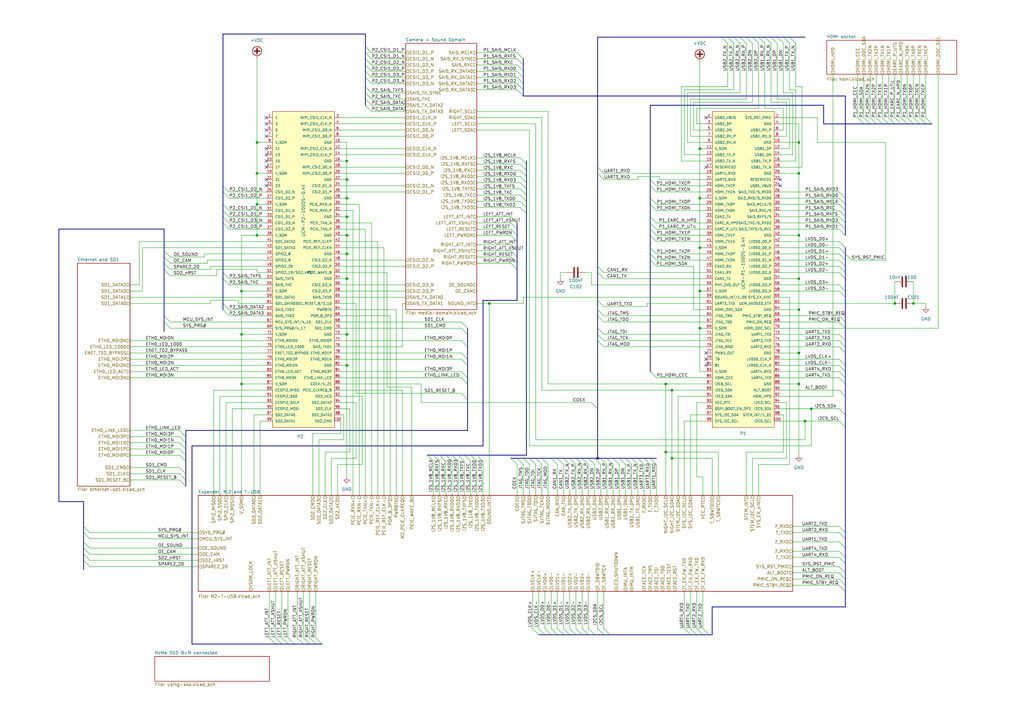
<source format=kicad_sch>
(kicad_sch (version 20211123) (generator eeschema)
  (paper "A3")
  (title_block (title "Faceboard Prototype") (date "2022-08-23") (company "Digital Sculptor"))
  (junction (at 142.24 137.16))
  (junction (at 330.2 172.72))
  (junction (at 367.03 124.46))
  (junction (at 275.59 187.96))
  (junction (at 327.66 157.48))
  (junction (at 327.66 96.52))
  (junction (at 99.06 119.38))
  (junction (at 105.41 83.82))
  (junction (at 105.41 96.52))
  (junction (at 142.24 114.3))
  (junction (at 99.06 137.16))
  (junction (at 99.06 157.48))
  (junction (at 273.05 157.48))
  (junction (at 245.11 187.96))
  (junction (at 287.02 119.38))
  (junction (at 105.41 71.12))
  (junction (at 287.02 81.28))
  (junction (at 327.66 114.3))
  (junction (at 273.05 185.42))
  (junction (at 287.02 134.62))
  (junction (at 142.24 149.86))
  (junction (at 142.24 88.9))
  (junction (at 287.02 60.96))
  (junction (at 327.66 58.42))
  (junction (at 142.24 104.14))
  (junction (at 142.24 73.66))
  (junction (at 275.59 160.02))
  (junction (at 142.24 96.52))
  (junction (at 327.66 127))
  (junction (at 374.65 124.46))
  (junction (at 327.66 144.78))
  (junction (at 287.02 101.6))
  (junction (at 327.66 71.12))
  (junction (at 200.66 124.46))
  (junction (at 332.74 167.64))
  (junction (at 105.41 58.42))
  (junction (at 142.24 66.04))
  (junction (at 142.24 81.28))
  (no_connect (at 320.04 73.66))
  (no_connect (at 320.04 76.2))
  (no_connect (at 289.56 68.58))
  (no_connect (at 109.22 55.88))
  (no_connect (at 109.22 53.34))
  (no_connect (at 109.22 50.8))
  (no_connect (at 109.22 60.96))
  (no_connect (at 109.22 66.04))
  (no_connect (at 109.22 68.58))
  (no_connect (at 109.22 63.5))
  (no_connect (at 109.22 76.2))
  (no_connect (at 109.22 73.66))
  (no_connect (at 109.22 48.26))
  (no_connect (at 289.56 48.26))
  (no_connect (at 289.56 149.86))
  (no_connect (at 289.56 147.32))
  (no_connect (at 289.56 144.78))
  (bus_entry (at 91.44 88.9) (size 2.54 2.54))
  (bus_entry (at 34.29 224.79) (size 2.54 2.54))
  (bus_entry (at 212.09 29.21) (size 2.54 2.54))
  (bus_entry (at 67.31 110.49) (size 2.54 2.54))
  (bus_entry (at 212.09 21.59) (size 2.54 2.54))
  (bus_entry (at 264.16 187.96) (size 2.54 2.54))
  (bus_entry (at 344.17 129.54) (size 2.54 2.54))
  (bus_entry (at 303.53 15.24) (size 2.54 2.54))
  (bus_entry (at 344.17 104.14) (size 2.54 2.54))
  (bus_entry (at 344.17 139.7) (size 2.54 2.54))
  (bus_entry (at 311.15 15.24) (size 2.54 2.54))
  (bus_entry (at 91.44 111.76) (size 2.54 2.54))
  (bus_entry (at 231.14 187.96) (size 2.54 2.54))
  (bus_entry (at 228.6 187.96) (size 2.54 2.54))
  (bus_entry (at 226.06 187.96) (size 2.54 2.54))
  (bus_entry (at 149.86 40.64) (size 2.54 2.54))
  (bus_entry (at 245.11 139.7) (size 2.54 2.54))
  (bus_entry (at 344.17 132.08) (size 2.54 2.54))
  (bus_entry (at 212.09 31.75) (size 2.54 2.54))
  (bus_entry (at 344.17 93.98) (size 2.54 2.54))
  (bus_entry (at 212.09 36.83) (size 2.54 2.54))
  (bus_entry (at 91.44 76.2) (size 2.54 2.54))
  (bus_entry (at 280.67 257.81) (size 2.54 2.54))
  (bus_entry (at 238.76 187.96) (size 2.54 2.54))
  (bus_entry (at 266.7 152.4) (size 2.54 2.54))
  (bus_entry (at 247.65 257.81) (size 2.54 2.54))
  (bus_entry (at 344.17 81.28) (size 2.54 2.54))
  (bus_entry (at 245.11 68.58) (size 2.54 2.54))
  (bus_entry (at 344.17 215.9) (size 2.54 2.54))
  (bus_entry (at 344.17 222.25) (size 2.54 2.54))
  (bus_entry (at 266.7 187.96) (size 2.54 2.54))
  (bus_entry (at 91.44 78.74) (size 2.54 2.54))
  (bus_entry (at 91.44 114.3) (size 2.54 2.54))
  (bus_entry (at 149.86 35.56) (size 2.54 2.54))
  (bus_entry (at 344.17 99.06) (size 2.54 2.54))
  (bus_entry (at 344.17 91.44) (size 2.54 2.54))
  (bus_entry (at 344.17 86.36) (size 2.54 2.54))
  (bus_entry (at 344.17 172.72) (size 2.54 2.54))
  (bus_entry (at 261.62 187.96) (size 2.54 2.54))
  (bus_entry (at 344.17 154.94) (size 2.54 2.54))
  (bus_entry (at 91.44 127) (size 2.54 2.54))
  (bus_entry (at 344.17 88.9) (size 2.54 2.54))
  (bus_entry (at 344.17 234.95) (size 2.54 2.54))
  (bus_entry (at 73.66 196.85) (size 2.54 2.54))
  (bus_entry (at 213.36 64.77) (size 2.54 2.54))
  (bus_entry (at 213.36 85.09) (size 2.54 2.54))
  (bus_entry (at 213.36 67.31) (size 2.54 2.54))
  (bus_entry (at 213.36 69.85) (size 2.54 2.54))
  (bus_entry (at 213.36 72.39) (size 2.54 2.54))
  (bus_entry (at 213.36 74.93) (size 2.54 2.54))
  (bus_entry (at 213.36 77.47) (size 2.54 2.54))
  (bus_entry (at 213.36 80.01) (size 2.54 2.54))
  (bus_entry (at 213.36 82.55) (size 2.54 2.54))
  (bus_entry (at 245.11 71.12) (size 2.54 2.54))
  (bus_entry (at 344.17 149.86) (size 2.54 2.54))
  (bus_entry (at 217.17 187.96) (size 2.54 2.54))
  (bus_entry (at 344.17 147.32) (size 2.54 2.54))
  (bus_entry (at 34.29 227.33) (size 2.54 2.54))
  (bus_entry (at 91.44 124.46) (size 2.54 2.54))
  (bus_entry (at 379.73 48.26) (size 2.54 2.54))
  (bus_entry (at 377.19 48.26) (size 2.54 2.54))
  (bus_entry (at 367.03 48.26) (size 2.54 2.54))
  (bus_entry (at 361.95 48.26) (size 2.54 2.54))
  (bus_entry (at 364.49 48.26) (size 2.54 2.54))
  (bus_entry (at 369.57 48.26) (size 2.54 2.54))
  (bus_entry (at 374.65 48.26) (size 2.54 2.54))
  (bus_entry (at 372.11 48.26) (size 2.54 2.54))
  (bus_entry (at 344.17 226.06) (size 2.54 2.54))
  (bus_entry (at 91.44 83.82) (size 2.54 2.54))
  (bus_entry (at 127 261.62) (size 2.54 2.54))
  (bus_entry (at 129.54 261.62) (size 2.54 2.54))
  (bus_entry (at 124.46 261.62) (size 2.54 2.54))
  (bus_entry (at 121.92 261.62) (size 2.54 2.54))
  (bus_entry (at 118.11 261.62) (size 2.54 2.54))
  (bus_entry (at 115.57 261.62) (size 2.54 2.54))
  (bus_entry (at 113.03 261.62) (size 2.54 2.54))
  (bus_entry (at 110.49 261.62) (size 2.54 2.54))
  (bus_entry (at 266.7 106.68) (size 2.54 2.54))
  (bus_entry (at 344.17 232.41) (size 2.54 2.54))
  (bus_entry (at 245.11 129.54) (size 2.54 2.54))
  (bus_entry (at 344.17 78.74) (size 2.54 2.54))
  (bus_entry (at 242.57 165.1) (size 2.54 2.54))
  (bus_entry (at 222.25 187.96) (size 2.54 2.54))
  (bus_entry (at 212.09 34.29) (size 2.54 2.54))
  (bus_entry (at 245.11 134.62) (size 2.54 2.54))
  (bus_entry (at 149.86 43.18) (size 2.54 2.54))
  (bus_entry (at 34.29 215.9) (size 2.54 2.54))
  (bus_entry (at 344.17 116.84) (size 2.54 2.54))
  (bus_entry (at 212.09 24.13) (size 2.54 2.54))
  (bus_entry (at 321.31 15.24) (size 2.54 2.54))
  (bus_entry (at 212.09 26.67) (size 2.54 2.54))
  (bus_entry (at 67.31 105.41) (size 2.54 2.54))
  (bus_entry (at 344.17 142.24) (size 2.54 2.54))
  (bus_entry (at 344.17 152.4) (size 2.54 2.54))
  (bus_entry (at 295.91 15.24) (size 2.54 2.54))
  (bus_entry (at 266.7 73.66) (size 2.54 2.54))
  (bus_entry (at 266.7 104.14) (size 2.54 2.54))
  (bus_entry (at 266.7 83.82) (size 2.54 2.54))
  (bus_entry (at 266.7 76.2) (size 2.54 2.54))
  (bus_entry (at 266.7 81.28) (size 2.54 2.54))
  (bus_entry (at 266.7 88.9) (size 2.54 2.54))
  (bus_entry (at 266.7 101.6) (size 2.54 2.54))
  (bus_entry (at 266.7 96.52) (size 2.54 2.54))
  (bus_entry (at 266.7 93.98) (size 2.54 2.54))
  (bus_entry (at 266.7 91.44) (size 2.54 2.54))
  (bus_entry (at 245.11 127) (size 2.54 2.54))
  (bus_entry (at 245.11 109.22) (size 2.54 2.54))
  (bus_entry (at 245.11 111.76) (size 2.54 2.54))
  (bus_entry (at 245.11 123.19) (size 2.54 2.54))
  (bus_entry (at 351.79 48.26) (size 2.54 2.54))
  (bus_entry (at 209.55 187.96) (size 2.54 2.54))
  (bus_entry (at 288.29 257.81) (size 2.54 2.54))
  (bus_entry (at 344.17 240.03) (size 2.54 2.54))
  (bus_entry (at 245.11 137.16) (size 2.54 2.54))
  (bus_entry (at 298.45 15.24) (size 2.54 2.54))
  (bus_entry (at 238.76 257.81) (size 2.54 2.54))
  (bus_entry (at 241.3 257.81) (size 2.54 2.54))
  (bus_entry (at 218.44 257.81) (size 2.54 2.54))
  (bus_entry (at 220.98 257.81) (size 2.54 2.54))
  (bus_entry (at 223.52 257.81) (size 2.54 2.54))
  (bus_entry (at 226.06 257.81) (size 2.54 2.54))
  (bus_entry (at 228.6 257.81) (size 2.54 2.54))
  (bus_entry (at 231.14 257.81) (size 2.54 2.54))
  (bus_entry (at 233.68 257.81) (size 2.54 2.54))
  (bus_entry (at 236.22 257.81) (size 2.54 2.54))
  (bus_entry (at 189.23 147.32) (size 2.54 2.54))
  (bus_entry (at 189.23 144.78) (size 2.54 2.54))
  (bus_entry (at 189.23 139.7) (size 2.54 2.54))
  (bus_entry (at 189.23 154.94) (size 2.54 2.54))
  (bus_entry (at 189.23 152.4) (size 2.54 2.54))
  (bus_entry (at 236.22 187.96) (size 2.54 2.54))
  (bus_entry (at 233.68 187.96) (size 2.54 2.54))
  (bus_entry (at 254 187.96) (size 2.54 2.54))
  (bus_entry (at 256.54 187.96) (size 2.54 2.54))
  (bus_entry (at 259.08 187.96) (size 2.54 2.54))
  (bus_entry (at 241.3 187.96) (size 2.54 2.54))
  (bus_entry (at 243.84 187.96) (size 2.54 2.54))
  (bus_entry (at 251.46 187.96) (size 2.54 2.54))
  (bus_entry (at 248.92 187.96) (size 2.54 2.54))
  (bus_entry (at 246.38 187.96) (size 2.54 2.54))
  (bus_entry (at 359.41 48.26) (size 2.54 2.54))
  (bus_entry (at 180.34 186.69) (size 2.54 2.54))
  (bus_entry (at 182.88 186.69) (size 2.54 2.54))
  (bus_entry (at 177.8 186.69) (size 2.54 2.54))
  (bus_entry (at 187.96 186.69) (size 2.54 2.54))
  (bus_entry (at 185.42 186.69) (size 2.54 2.54))
  (bus_entry (at 190.5 186.69) (size 2.54 2.54))
  (bus_entry (at 193.04 186.69) (size 2.54 2.54))
  (bus_entry (at 195.58 186.69) (size 2.54 2.54))
  (bus_entry (at 344.17 101.6) (size 2.54 2.54))
  (bus_entry (at 344.17 109.22) (size 2.54 2.54))
  (bus_entry (at 344.17 119.38) (size 2.54 2.54))
  (bus_entry (at 91.44 91.44) (size 2.54 2.54))
  (bus_entry (at 344.17 106.68) (size 2.54 2.54))
  (bus_entry (at 34.29 218.44) (size 2.54 2.54))
  (bus_entry (at 67.31 132.08) (size 2.54 2.54))
  (bus_entry (at 344.17 160.02) (size 2.54 2.54))
  (bus_entry (at 73.66 181.61) (size 2.54 2.54))
  (bus_entry (at 73.66 184.15) (size 2.54 2.54))
  (bus_entry (at 73.66 186.69) (size 2.54 2.54))
  (bus_entry (at 73.66 191.77) (size 2.54 2.54))
  (bus_entry (at 73.66 194.31) (size 2.54 2.54))
  (bus_entry (at 73.66 179.07) (size 2.54 2.54))
  (bus_entry (at 73.66 176.53) (size 2.54 2.54))
  (bus_entry (at 189.23 132.08) (size 2.54 2.54))
  (bus_entry (at 189.23 134.62) (size 2.54 2.54))
  (bus_entry (at 323.85 15.24) (size 2.54 2.54))
  (bus_entry (at 344.17 237.49) (size 2.54 2.54))
  (bus_entry (at 67.31 102.87) (size 2.54 2.54))
  (bus_entry (at 219.71 187.96) (size 2.54 2.54))
  (bus_entry (at 283.21 257.81) (size 2.54 2.54))
  (bus_entry (at 34.29 222.25) (size 2.54 2.54))
  (bus_entry (at 344.17 83.82) (size 2.54 2.54))
  (bus_entry (at 212.09 187.96) (size 2.54 2.54))
  (bus_entry (at 285.75 257.81) (size 2.54 2.54))
  (bus_entry (at 318.77 15.24) (size 2.54 2.54))
  (bus_entry (at 354.33 48.26) (size 2.54 2.54))
  (bus_entry (at 344.17 137.16) (size 2.54 2.54))
  (bus_entry (at 306.07 15.24) (size 2.54 2.54))
  (bus_entry (at 316.23 15.24) (size 2.54 2.54))
  (bus_entry (at 245.11 257.81) (size 2.54 2.54))
  (bus_entry (at 189.23 161.29) (size 2.54 2.54))
  (bus_entry (at 344.17 111.76) (size 2.54 2.54))
  (bus_entry (at 34.29 229.87) (size 2.54 2.54))
  (bus_entry (at 214.63 187.96) (size 2.54 2.54))
  (bus_entry (at 149.86 26.67) (size 2.54 2.54))
  (bus_entry (at 149.86 31.75) (size 2.54 2.54))
  (bus_entry (at 149.86 29.21) (size 2.54 2.54))
  (bus_entry (at 149.86 19.05) (size 2.54 2.54))
  (bus_entry (at 149.86 24.13) (size 2.54 2.54))
  (bus_entry (at 149.86 21.59) (size 2.54 2.54))
  (bus_entry (at 344.17 228.6) (size 2.54 2.54))
  (bus_entry (at 67.31 129.54) (size 2.54 2.54))
  (bus_entry (at 209.55 91.44) (size 2.54 2.54))
  (bus_entry (at 209.55 93.98) (size 2.54 2.54))
  (bus_entry (at 209.55 100.33) (size 2.54 2.54))
  (bus_entry (at 209.55 102.87) (size 2.54 2.54))
  (bus_entry (at 209.55 96.52) (size 2.54 2.54))
  (bus_entry (at 209.55 105.41) (size 2.54 2.54))
  (bus_entry (at 209.55 107.95) (size 2.54 2.54))
  (bus_entry (at 209.55 88.9) (size 2.54 2.54))
  (bus_entry (at 356.87 48.26) (size 2.54 2.54))
  (bus_entry (at 344.17 167.64) (size 2.54 2.54))
  (bus_entry (at 346.71 104.14) (size 2.54 2.54))
  (bus_entry (at 67.31 107.95) (size 2.54 2.54))
  (bus_entry (at 344.17 218.44) (size 2.54 2.54))
  (bus_entry (at 313.69 15.24) (size 2.54 2.54))
  (bus_entry (at 300.99 15.24) (size 2.54 2.54))
  (bus_entry (at 91.44 86.36) (size 2.54 2.54))
  (bus_entry (at 149.86 38.1) (size 2.54 2.54))
  (bus_entry (at 308.61 15.24) (size 2.54 2.54))
  (bus_entry (at 175.26 186.69) (size 2.54 2.54))
  (wire (pts (xy 200.66 124.46) (xy 214.63 124.46)))
  (wire (pts (xy 320.04 50.8) (xy 327.66 50.8)))
  (wire (pts (xy 325.12 38.1) (xy 321.31 38.1)))
  (wire (pts (xy 195.58 85.09) (xy 213.36 85.09)))
  (wire (pts (xy 128.27 177.8) (xy 139.7 177.8)))
  (wire (pts (xy 283.21 40.64) (xy 306.07 40.64)))
  (wire (pts (xy 53.34 152.4) (xy 109.22 152.4)))
  (wire (pts (xy 105.41 110.49) (xy 88.9 110.49)))
  (bus (pts (xy 346.71 132.08) (xy 346.71 134.62)))
  (bus (pts (xy 149.86 21.59) (xy 149.86 19.05)))
  (wire (pts (xy 327.66 127) (xy 327.66 144.78)))
  (wire (pts (xy 143.51 185.42) (xy 133.35 185.42)))
  (wire (pts (xy 280.67 63.5) (xy 280.67 36.83)))
  (wire (pts (xy 247.65 73.66) (xy 261.62 73.66)))
  (wire (pts (xy 328.93 35.56) (xy 326.39 35.56)))
  (wire (pts (xy 320.04 144.78) (xy 327.66 144.78)))
  (wire (pts (xy 195.58 80.01) (xy 213.36 80.01)))
  (wire (pts (xy 195.58 31.75) (xy 212.09 31.75)))
  (bus (pts (xy 212.09 107.95) (xy 212.09 110.49)))
  (wire (pts (xy 363.22 58.42) (xy 363.22 106.68)))
  (wire (pts (xy 149.86 93.98) (xy 149.86 203.2)))
  (bus (pts (xy 124.46 264.16) (xy 127 264.16)))
  (bus (pts (xy 198.12 182.88) (xy 78.74 182.88)))
  (bus (pts (xy 198.12 123.19) (xy 198.12 182.88)))
  (wire (pts (xy 142.24 114.3) (xy 143.51 114.3)))
  (wire (pts (xy 265.43 124.46) (xy 289.56 124.46)))
  (bus (pts (xy 231.14 187.96) (xy 233.68 187.96)))
  (bus (pts (xy 321.31 15.24) (xy 323.85 15.24)))
  (wire (pts (xy 105.41 71.12) (xy 109.22 71.12)))
  (bus (pts (xy 177.8 186.69) (xy 180.34 186.69)))
  (bus (pts (xy 34.29 224.79) (xy 34.29 227.33)))
  (bus (pts (xy 266.7 104.14) (xy 266.7 101.6)))
  (wire (pts (xy 280.67 36.83) (xy 300.99 36.83)))
  (wire (pts (xy 36.83 218.44) (xy 81.28 218.44)))
  (wire (pts (xy 320.04 83.82) (xy 344.17 83.82)))
  (wire (pts (xy 320.04 157.48) (xy 327.66 157.48)))
  (bus (pts (xy 346.71 144.78) (xy 346.71 149.86)))
  (bus (pts (xy 191.77 163.83) (xy 191.77 176.53)))
  (wire (pts (xy 311.15 190.5) (xy 311.15 203.2)))
  (wire (pts (xy 139.7 99.06) (xy 154.94 99.06)))
  (wire (pts (xy 320.04 93.98) (xy 344.17 93.98)))
  (wire (pts (xy 325.12 226.06) (xy 344.17 226.06)))
  (wire (pts (xy 217.17 53.34) (xy 195.58 53.34)))
  (bus (pts (xy 346.71 39.37) (xy 214.63 39.37)))
  (bus (pts (xy 91.44 114.3) (xy 91.44 124.46)))
  (bus (pts (xy 264.16 187.96) (xy 266.7 187.96)))
  (wire (pts (xy 99.06 157.48) (xy 109.22 157.48)))
  (bus (pts (xy 245.11 129.54) (xy 245.11 134.62)))
  (wire (pts (xy 231.14 190.5) (xy 231.14 203.2)))
  (bus (pts (xy 346.71 81.28) (xy 346.71 83.82)))
  (wire (pts (xy 261.62 73.66) (xy 261.62 72.39)))
  (wire (pts (xy 367.03 124.46) (xy 367.03 115.57)))
  (bus (pts (xy 346.71 218.44) (xy 346.71 220.98)))
  (wire (pts (xy 320.04 139.7) (xy 344.17 139.7)))
  (wire (pts (xy 275.59 187.96) (xy 292.1 187.96)))
  (wire (pts (xy 327.66 50.8) (xy 327.66 58.42)))
  (wire (pts (xy 283.21 170.18) (xy 283.21 203.2)))
  (wire (pts (xy 320.04 96.52) (xy 327.66 96.52)))
  (wire (pts (xy 326.39 36.83) (xy 323.85 36.83)))
  (bus (pts (xy 346.71 93.98) (xy 346.71 96.52)))
  (wire (pts (xy 270.51 72.39) (xy 270.51 73.66)))
  (bus (pts (xy 346.71 134.62) (xy 346.71 139.7)))
  (bus (pts (xy 76.2 176.53) (xy 76.2 179.07)))
  (wire (pts (xy 273.05 185.42) (xy 273.05 203.2)))
  (wire (pts (xy 292.1 187.96) (xy 292.1 203.2)))
  (wire (pts (xy 321.31 185.42) (xy 306.07 185.42)))
  (wire (pts (xy 195.58 29.21) (xy 212.09 29.21)))
  (wire (pts (xy 168.91 158.75) (xy 168.91 203.2)))
  (bus (pts (xy 346.71 104.14) (xy 346.71 106.68)))
  (bus (pts (xy 251.46 187.96) (xy 254 187.96)))
  (wire (pts (xy 218.44 242.57) (xy 218.44 257.81)))
  (bus (pts (xy 245.11 187.96) (xy 246.38 187.96)))
  (wire (pts (xy 139.7 124.46) (xy 146.05 124.46)))
  (wire (pts (xy 195.58 77.47) (xy 213.36 77.47)))
  (wire (pts (xy 99.06 119.38) (xy 99.06 96.52)))
  (wire (pts (xy 105.41 83.82) (xy 109.22 83.82)))
  (wire (pts (xy 195.58 102.87) (xy 209.55 102.87)))
  (bus (pts (xy 346.71 83.82) (xy 346.71 86.36)))
  (wire (pts (xy 139.7 111.76) (xy 158.75 111.76)))
  (wire (pts (xy 139.7 121.92) (xy 166.37 121.92)))
  (wire (pts (xy 229.87 111.76) (xy 232.41 111.76)))
  (bus (pts (xy 245.11 137.16) (xy 245.11 139.7)))
  (bus (pts (xy 34.29 205.74) (xy 34.29 215.9)))
  (wire (pts (xy 135.89 187.96) (xy 135.89 203.2)))
  (bus (pts (xy 214.63 187.96) (xy 217.17 187.96)))
  (wire (pts (xy 93.98 91.44) (xy 109.22 91.44)))
  (wire (pts (xy 320.04 165.1) (xy 322.58 165.1)))
  (wire (pts (xy 130.81 180.34) (xy 130.81 203.2)))
  (wire (pts (xy 320.04 119.38) (xy 344.17 119.38)))
  (wire (pts (xy 142.24 88.9) (xy 143.51 88.9)))
  (wire (pts (xy 99.06 119.38) (xy 109.22 119.38)))
  (wire (pts (xy 97.79 123.19) (xy 97.79 124.46)))
  (bus (pts (xy 149.86 40.64) (xy 149.86 38.1)))
  (wire (pts (xy 320.04 101.6) (xy 344.17 101.6)))
  (wire (pts (xy 83.82 104.14) (xy 83.82 105.41)))
  (wire (pts (xy 222.25 190.5) (xy 222.25 203.2)))
  (wire (pts (xy 53.34 154.94) (xy 109.22 154.94)))
  (bus (pts (xy 361.95 50.8) (xy 364.49 50.8)))
  (bus (pts (xy 346.71 106.68) (xy 346.71 109.22)))
  (wire (pts (xy 226.06 242.57) (xy 226.06 257.81)))
  (wire (pts (xy 275.59 187.96) (xy 275.59 203.2)))
  (wire (pts (xy 285.75 50.8) (xy 285.75 44.45)))
  (bus (pts (xy 226.06 260.35) (xy 228.6 260.35)))
  (wire (pts (xy 139.7 157.48) (xy 172.72 157.48)))
  (wire (pts (xy 320.04 66.04) (xy 326.39 66.04)))
  (wire (pts (xy 367.03 30.48) (xy 367.03 48.26)))
  (wire (pts (xy 105.41 58.42) (xy 105.41 24.13)))
  (wire (pts (xy 142.24 96.52) (xy 143.51 96.52)))
  (bus (pts (xy 292.1 248.92) (xy 346.71 248.92)))
  (wire (pts (xy 325.12 63.5) (xy 325.12 38.1)))
  (wire (pts (xy 379.73 124.46) (xy 379.73 125.73)))
  (bus (pts (xy 266.7 73.66) (xy 266.7 43.18)))
  (bus (pts (xy 91.44 91.44) (xy 91.44 111.76)))
  (wire (pts (xy 124.46 242.57) (xy 124.46 261.62)))
  (wire (pts (xy 105.41 96.52) (xy 105.41 83.82)))
  (bus (pts (xy 300.99 15.24) (xy 303.53 15.24)))
  (wire (pts (xy 93.98 127) (xy 109.22 127)))
  (wire (pts (xy 142.24 81.28) (xy 143.51 81.28)))
  (bus (pts (xy 215.9 87.63) (xy 215.9 186.69)))
  (wire (pts (xy 139.7 137.16) (xy 142.24 137.16)))
  (wire (pts (xy 195.58 74.93) (xy 213.36 74.93)))
  (bus (pts (xy 346.71 152.4) (xy 346.71 154.94)))
  (bus (pts (xy 180.34 186.69) (xy 182.88 186.69)))
  (wire (pts (xy 165.1 160.02) (xy 165.1 203.2)))
  (wire (pts (xy 152.4 91.44) (xy 152.4 203.2)))
  (wire (pts (xy 92.71 165.1) (xy 92.71 203.2)))
  (wire (pts (xy 287.02 119.38) (xy 289.56 119.38)))
  (wire (pts (xy 320.04 99.06) (xy 344.17 99.06)))
  (bus (pts (xy 214.63 34.29) (xy 214.63 36.83)))
  (bus (pts (xy 245.11 109.22) (xy 245.11 111.76)))
  (bus (pts (xy 214.63 29.21) (xy 214.63 31.75)))
  (bus (pts (xy 220.98 260.35) (xy 223.52 260.35)))
  (wire (pts (xy 327.66 114.3) (xy 327.66 127)))
  (wire (pts (xy 335.28 58.42) (xy 363.22 58.42)))
  (wire (pts (xy 53.34 147.32) (xy 109.22 147.32)))
  (wire (pts (xy 195.58 96.52) (xy 209.55 96.52)))
  (wire (pts (xy 246.38 190.5) (xy 246.38 203.2)))
  (wire (pts (xy 93.98 114.3) (xy 109.22 114.3)))
  (wire (pts (xy 322.58 55.88) (xy 322.58 41.91)))
  (wire (pts (xy 289.56 165.1) (xy 285.75 165.1)))
  (wire (pts (xy 195.58 67.31) (xy 213.36 67.31)))
  (wire (pts (xy 351.79 30.48) (xy 351.79 48.26)))
  (bus (pts (xy 222.25 187.96) (xy 226.06 187.96)))
  (wire (pts (xy 109.22 165.1) (xy 92.71 165.1)))
  (bus (pts (xy 212.09 96.52) (xy 212.09 99.06)))
  (bus (pts (xy 266.7 43.18) (xy 337.82 43.18)))
  (wire (pts (xy 288.29 195.58) (xy 288.29 203.2)))
  (wire (pts (xy 269.24 91.44) (xy 289.56 91.44)))
  (wire (pts (xy 195.58 189.23) (xy 195.58 203.2)))
  (wire (pts (xy 270.51 73.66) (xy 289.56 73.66)))
  (wire (pts (xy 139.7 73.66) (xy 142.24 73.66)))
  (bus (pts (xy 346.71 101.6) (xy 346.71 104.14)))
  (wire (pts (xy 328.93 68.58) (xy 328.93 35.56)))
  (bus (pts (xy 149.86 19.05) (xy 149.86 13.97)))
  (bus (pts (xy 91.44 111.76) (xy 91.44 114.3)))
  (bus (pts (xy 118.11 264.16) (xy 120.65 264.16)))
  (wire (pts (xy 36.83 224.79) (xy 81.28 224.79)))
  (bus (pts (xy 191.77 176.53) (xy 76.2 176.53)))
  (bus (pts (xy 212.09 99.06) (xy 212.09 102.87)))
  (wire (pts (xy 320.04 121.92) (xy 323.85 121.92)))
  (wire (pts (xy 99.06 96.52) (xy 105.41 96.52)))
  (wire (pts (xy 320.04 116.84) (xy 344.17 116.84)))
  (bus (pts (xy 215.9 67.31) (xy 215.9 69.85)))
  (wire (pts (xy 139.7 139.7) (xy 189.23 139.7)))
  (wire (pts (xy 139.7 53.34) (xy 166.37 53.34)))
  (wire (pts (xy 377.19 30.48) (xy 377.19 48.26)))
  (wire (pts (xy 269.24 96.52) (xy 289.56 96.52)))
  (wire (pts (xy 247.65 139.7) (xy 289.56 139.7)))
  (wire (pts (xy 139.7 83.82) (xy 147.32 83.82)))
  (bus (pts (xy 238.76 260.35) (xy 241.3 260.35)))
  (bus (pts (xy 209.55 187.96) (xy 212.09 187.96)))
  (bus (pts (xy 266.7 96.52) (xy 266.7 93.98)))
  (wire (pts (xy 308.61 187.96) (xy 308.61 203.2)))
  (bus (pts (xy 212.09 93.98) (xy 212.09 96.52)))
  (bus (pts (xy 191.77 147.32) (xy 191.77 149.86)))
  (bus (pts (xy 346.71 86.36) (xy 346.71 88.9)))
  (wire (pts (xy 269.24 93.98) (xy 289.56 93.98)))
  (bus (pts (xy 346.71 88.9) (xy 346.71 91.44)))
  (bus (pts (xy 233.68 187.96) (xy 236.22 187.96)))
  (wire (pts (xy 139.7 106.68) (xy 166.37 106.68)))
  (bus (pts (xy 67.31 102.87) (xy 67.31 93.98)))
  (wire (pts (xy 195.58 105.41) (xy 209.55 105.41)))
  (wire (pts (xy 243.84 190.5) (xy 243.84 203.2)))
  (bus (pts (xy 215.9 80.01) (xy 215.9 82.55)))
  (bus (pts (xy 149.86 31.75) (xy 149.86 35.56)))
  (wire (pts (xy 241.3 242.57) (xy 241.3 257.81)))
  (wire (pts (xy 320.04 68.58) (xy 328.93 68.58)))
  (wire (pts (xy 374.65 124.46) (xy 374.65 115.57)))
  (wire (pts (xy 320.04 154.94) (xy 344.17 154.94)))
  (bus (pts (xy 346.71 114.3) (xy 346.71 119.38)))
  (wire (pts (xy 284.48 41.91) (xy 308.61 41.91)))
  (wire (pts (xy 146.05 165.1) (xy 146.05 187.96)))
  (wire (pts (xy 93.98 116.84) (xy 109.22 116.84)))
  (wire (pts (xy 320.04 60.96) (xy 323.85 60.96)))
  (wire (pts (xy 287.02 81.28) (xy 287.02 60.96)))
  (wire (pts (xy 236.22 190.5) (xy 236.22 203.2)))
  (wire (pts (xy 87.63 160.02) (xy 87.63 203.2)))
  (wire (pts (xy 287.02 81.28) (xy 289.56 81.28)))
  (wire (pts (xy 142.24 58.42) (xy 142.24 66.04)))
  (wire (pts (xy 146.05 161.29) (xy 189.23 161.29)))
  (wire (pts (xy 172.72 157.48) (xy 172.72 165.1)))
  (wire (pts (xy 248.92 190.5) (xy 248.92 203.2)))
  (wire (pts (xy 273.05 157.48) (xy 273.05 185.42)))
  (wire (pts (xy 139.7 129.54) (xy 160.02 129.54)))
  (bus (pts (xy 212.09 123.19) (xy 198.12 123.19)))
  (bus (pts (xy 191.77 157.48) (xy 191.77 163.83)))
  (wire (pts (xy 105.41 111.76) (xy 105.41 110.49)))
  (wire (pts (xy 200.66 124.46) (xy 200.66 203.2)))
  (wire (pts (xy 139.7 154.94) (xy 189.23 154.94)))
  (wire (pts (xy 288.29 242.57) (xy 288.29 257.81)))
  (bus (pts (xy 308.61 15.24) (xy 311.15 15.24)))
  (bus (pts (xy 34.29 218.44) (xy 34.29 222.25)))
  (wire (pts (xy 242.57 111.76) (xy 242.57 116.84)))
  (wire (pts (xy 165.1 124.46) (xy 165.1 142.24)))
  (wire (pts (xy 283.21 55.88) (xy 283.21 40.64)))
  (wire (pts (xy 152.4 34.29) (xy 166.37 34.29)))
  (wire (pts (xy 195.58 24.13) (xy 212.09 24.13)))
  (wire (pts (xy 139.7 66.04) (xy 142.24 66.04)))
  (wire (pts (xy 53.34 142.24) (xy 109.22 142.24)))
  (bus (pts (xy 175.26 186.69) (xy 177.8 186.69)))
  (wire (pts (xy 139.7 48.26) (xy 166.37 48.26)))
  (bus (pts (xy 346.71 170.18) (xy 346.71 175.26)))
  (wire (pts (xy 177.8 189.23) (xy 177.8 203.2)))
  (wire (pts (xy 105.41 96.52) (xy 109.22 96.52)))
  (wire (pts (xy 214.63 121.92) (xy 289.56 121.92)))
  (bus (pts (xy 337.82 43.18) (xy 337.82 50.8)))
  (wire (pts (xy 287.02 60.96) (xy 287.02 25.4)))
  (bus (pts (xy 346.71 237.49) (xy 346.71 240.03)))
  (wire (pts (xy 142.24 96.52) (xy 142.24 104.14)))
  (wire (pts (xy 195.58 107.95) (xy 209.55 107.95)))
  (wire (pts (xy 139.7 88.9) (xy 142.24 88.9)))
  (bus (pts (xy 76.2 179.07) (xy 76.2 181.61)))
  (wire (pts (xy 139.7 170.18) (xy 140.97 170.18)))
  (bus (pts (xy 231.14 260.35) (xy 233.68 260.35)))
  (wire (pts (xy 109.22 111.76) (xy 105.41 111.76)))
  (wire (pts (xy 320.04 162.56) (xy 341.63 162.56)))
  (wire (pts (xy 53.34 139.7) (xy 109.22 139.7)))
  (wire (pts (xy 289.56 170.18) (xy 283.21 170.18)))
  (wire (pts (xy 142.24 81.28) (xy 142.24 88.9)))
  (wire (pts (xy 36.83 229.87) (xy 81.28 229.87)))
  (wire (pts (xy 280.67 172.72) (xy 280.67 203.2)))
  (wire (pts (xy 289.56 157.48) (xy 273.05 157.48)))
  (wire (pts (xy 361.95 30.48) (xy 361.95 48.26)))
  (wire (pts (xy 219.71 190.5) (xy 219.71 203.2)))
  (wire (pts (xy 187.96 189.23) (xy 187.96 203.2)))
  (bus (pts (xy 354.33 50.8) (xy 356.87 50.8)))
  (wire (pts (xy 214.63 190.5) (xy 214.63 203.2)))
  (bus (pts (xy 34.29 222.25) (xy 34.29 224.79)))
  (wire (pts (xy 284.48 109.22) (xy 284.48 127)))
  (bus (pts (xy 214.63 36.83) (xy 214.63 39.37)))
  (bus (pts (xy 67.31 93.98) (xy 24.13 93.98)))
  (wire (pts (xy 327.66 71.12) (xy 327.66 96.52)))
  (bus (pts (xy 346.71 121.92) (xy 346.71 132.08)))
  (bus (pts (xy 245.11 167.64) (xy 245.11 187.96)))
  (wire (pts (xy 247.65 125.73) (xy 265.43 125.73)))
  (bus (pts (xy 129.54 264.16) (xy 132.08 264.16)))
  (wire (pts (xy 113.03 242.57) (xy 113.03 261.62)))
  (bus (pts (xy 285.75 260.35) (xy 288.29 260.35)))
  (wire (pts (xy 166.37 124.46) (xy 165.1 124.46)))
  (bus (pts (xy 191.77 137.16) (xy 191.77 142.24)))
  (bus (pts (xy 91.44 124.46) (xy 91.44 127)))
  (wire (pts (xy 229.87 114.3) (xy 229.87 111.76)))
  (wire (pts (xy 364.49 30.48) (xy 364.49 48.26)))
  (wire (pts (xy 269.24 78.74) (xy 289.56 78.74)))
  (wire (pts (xy 57.15 99.06) (xy 109.22 99.06)))
  (wire (pts (xy 139.7 144.78) (xy 189.23 144.78)))
  (bus (pts (xy 346.71 228.6) (xy 346.71 231.14)))
  (wire (pts (xy 289.56 55.88) (xy 283.21 55.88)))
  (wire (pts (xy 320.04 86.36) (xy 344.17 86.36)))
  (wire (pts (xy 241.3 190.5) (xy 241.3 203.2)))
  (wire (pts (xy 105.41 58.42) (xy 109.22 58.42)))
  (wire (pts (xy 86.36 123.19) (xy 97.79 123.19)))
  (bus (pts (xy 212.09 102.87) (xy 212.09 105.41)))
  (wire (pts (xy 354.33 30.48) (xy 354.33 48.26)))
  (wire (pts (xy 224.79 190.5) (xy 224.79 203.2)))
  (bus (pts (xy 306.07 15.24) (xy 308.61 15.24)))
  (wire (pts (xy 228.6 190.5) (xy 228.6 203.2)))
  (bus (pts (xy 377.19 50.8) (xy 379.73 50.8)))
  (bus (pts (xy 346.71 119.38) (xy 346.71 121.92)))
  (wire (pts (xy 320.04 147.32) (xy 344.17 147.32)))
  (wire (pts (xy 303.53 17.78) (xy 303.53 38.1)))
  (wire (pts (xy 330.2 172.72) (xy 344.17 172.72)))
  (wire (pts (xy 139.7 58.42) (xy 142.24 58.42)))
  (bus (pts (xy 67.31 105.41) (xy 67.31 102.87)))
  (bus (pts (xy 215.9 74.93) (xy 215.9 77.47)))
  (bus (pts (xy 245.11 15.24) (xy 245.11 68.58)))
  (bus (pts (xy 236.22 260.35) (xy 238.76 260.35)))
  (wire (pts (xy 139.7 68.58) (xy 166.37 68.58)))
  (bus (pts (xy 346.71 149.86) (xy 346.71 152.4)))
  (wire (pts (xy 152.4 26.67) (xy 166.37 26.67)))
  (wire (pts (xy 289.56 106.68) (xy 269.24 106.68)))
  (wire (pts (xy 214.63 121.92) (xy 214.63 124.46)))
  (wire (pts (xy 139.7 114.3) (xy 142.24 114.3)))
  (wire (pts (xy 344.17 240.03) (xy 325.12 240.03)))
  (wire (pts (xy 139.7 160.02) (xy 165.1 160.02)))
  (bus (pts (xy 226.06 187.96) (xy 228.6 187.96)))
  (wire (pts (xy 320.04 91.44) (xy 344.17 91.44)))
  (wire (pts (xy 139.7 167.64) (xy 143.51 167.64)))
  (wire (pts (xy 99.06 137.16) (xy 109.22 137.16)))
  (wire (pts (xy 139.7 177.8) (xy 139.7 172.72)))
  (wire (pts (xy 129.54 242.57) (xy 129.54 261.62)))
  (wire (pts (xy 224.79 157.48) (xy 224.79 45.72)))
  (wire (pts (xy 320.04 71.12) (xy 327.66 71.12)))
  (wire (pts (xy 139.7 134.62) (xy 189.23 134.62)))
  (wire (pts (xy 139.7 101.6) (xy 157.48 101.6)))
  (wire (pts (xy 320.04 152.4) (xy 344.17 152.4)))
  (wire (pts (xy 99.06 157.48) (xy 99.06 137.16)))
  (wire (pts (xy 289.56 162.56) (xy 278.13 162.56)))
  (wire (pts (xy 233.68 200.66) (xy 233.68 203.2)))
  (wire (pts (xy 322.58 41.91) (xy 316.23 41.91)))
  (wire (pts (xy 327.66 96.52) (xy 327.66 114.3)))
  (wire (pts (xy 318.77 17.78) (xy 318.77 40.64)))
  (wire (pts (xy 139.7 142.24) (xy 165.1 142.24)))
  (wire (pts (xy 372.11 30.48) (xy 372.11 48.26)))
  (wire (pts (xy 269.24 154.94) (xy 289.56 154.94)))
  (wire (pts (xy 158.75 158.75) (xy 168.91 158.75)))
  (wire (pts (xy 330.2 172.72) (xy 330.2 180.34)))
  (wire (pts (xy 109.22 162.56) (xy 90.17 162.56)))
  (wire (pts (xy 320.04 53.34) (xy 321.31 53.34)))
  (bus (pts (xy 241.3 260.35) (xy 243.84 260.35)))
  (wire (pts (xy 105.41 71.12) (xy 105.41 58.42)))
  (wire (pts (xy 195.58 124.46) (xy 200.66 124.46)))
  (wire (pts (xy 320.04 88.9) (xy 344.17 88.9)))
  (wire (pts (xy 109.22 132.08) (xy 69.85 132.08)))
  (bus (pts (xy 34.29 227.33) (xy 34.29 229.87)))
  (wire (pts (xy 321.31 44.45) (xy 313.69 44.45)))
  (bus (pts (xy 266.7 187.96) (xy 269.24 187.96)))
  (bus (pts (xy 215.9 82.55) (xy 215.9 85.09)))
  (wire (pts (xy 320.04 170.18) (xy 321.31 170.18)))
  (wire (pts (xy 247.65 129.54) (xy 289.56 129.54)))
  (wire (pts (xy 332.74 182.88) (xy 217.17 182.88)))
  (wire (pts (xy 139.7 149.86) (xy 142.24 149.86)))
  (wire (pts (xy 320.04 172.72) (xy 330.2 172.72)))
  (wire (pts (xy 264.16 190.5) (xy 264.16 203.2)))
  (wire (pts (xy 142.24 104.14) (xy 142.24 114.3)))
  (wire (pts (xy 254 190.5) (xy 254 203.2)))
  (wire (pts (xy 152.4 38.1) (xy 166.37 38.1)))
  (wire (pts (xy 278.13 162.56) (xy 278.13 203.2)))
  (wire (pts (xy 185.42 189.23) (xy 185.42 203.2)))
  (wire (pts (xy 195.58 93.98) (xy 209.55 93.98)))
  (bus (pts (xy 248.92 187.96) (xy 251.46 187.96)))
  (wire (pts (xy 109.22 167.64) (xy 95.25 167.64)))
  (wire (pts (xy 109.22 170.18) (xy 104.14 170.18)))
  (wire (pts (xy 327.66 144.78) (xy 327.66 157.48)))
  (wire (pts (xy 384.81 30.48) (xy 384.81 134.62)))
  (bus (pts (xy 245.11 68.58) (xy 245.11 71.12)))
  (bus (pts (xy 191.77 154.94) (xy 191.77 157.48)))
  (bus (pts (xy 245.11 15.24) (xy 295.91 15.24)))
  (wire (pts (xy 251.46 190.5) (xy 251.46 203.2)))
  (wire (pts (xy 93.98 88.9) (xy 109.22 88.9)))
  (wire (pts (xy 320.04 81.28) (xy 344.17 81.28)))
  (wire (pts (xy 139.7 60.96) (xy 166.37 60.96)))
  (wire (pts (xy 139.7 147.32) (xy 189.23 147.32)))
  (wire (pts (xy 195.58 69.85) (xy 213.36 69.85)))
  (bus (pts (xy 245.11 127) (xy 245.11 129.54)))
  (wire (pts (xy 320.04 132.08) (xy 344.17 132.08)))
  (wire (pts (xy 217.17 182.88) (xy 217.17 53.34)))
  (wire (pts (xy 144.78 86.36) (xy 144.78 203.2)))
  (wire (pts (xy 228.6 242.57) (xy 228.6 257.81)))
  (wire (pts (xy 281.94 38.1) (xy 303.53 38.1)))
  (wire (pts (xy 139.7 91.44) (xy 152.4 91.44)))
  (wire (pts (xy 88.9 110.49) (xy 88.9 113.03)))
  (bus (pts (xy 288.29 260.35) (xy 290.83 260.35)))
  (wire (pts (xy 57.15 116.84) (xy 53.34 116.84)))
  (wire (pts (xy 105.41 83.82) (xy 105.41 71.12)))
  (bus (pts (xy 190.5 186.69) (xy 193.04 186.69)))
  (wire (pts (xy 326.39 17.78) (xy 326.39 35.56)))
  (wire (pts (xy 139.7 119.38) (xy 166.37 119.38)))
  (wire (pts (xy 142.24 88.9) (xy 142.24 96.52)))
  (wire (pts (xy 148.59 162.56) (xy 148.59 190.5)))
  (wire (pts (xy 327.66 58.42) (xy 327.66 71.12)))
  (bus (pts (xy 113.03 264.16) (xy 115.57 264.16)))
  (wire (pts (xy 242.57 116.84) (xy 289.56 116.84)))
  (bus (pts (xy 369.57 50.8) (xy 372.11 50.8)))
  (wire (pts (xy 97.79 124.46) (xy 109.22 124.46)))
  (wire (pts (xy 195.58 36.83) (xy 212.09 36.83)))
  (wire (pts (xy 321.31 53.34) (xy 321.31 44.45)))
  (wire (pts (xy 90.17 162.56) (xy 90.17 203.2)))
  (wire (pts (xy 320.04 137.16) (xy 344.17 137.16)))
  (wire (pts (xy 308.61 17.78) (xy 308.61 41.91)))
  (wire (pts (xy 139.7 162.56) (xy 148.59 162.56)))
  (bus (pts (xy 67.31 129.54) (xy 67.31 110.49)))
  (wire (pts (xy 306.07 185.42) (xy 306.07 203.2)))
  (wire (pts (xy 58.42 101.6) (xy 58.42 119.38)))
  (wire (pts (xy 36.83 220.98) (xy 81.28 220.98)))
  (bus (pts (xy 185.42 186.69) (xy 187.96 186.69)))
  (wire (pts (xy 289.56 53.34) (xy 284.48 53.34)))
  (wire (pts (xy 289.56 114.3) (xy 247.65 114.3)))
  (wire (pts (xy 139.7 86.36) (xy 144.78 86.36)))
  (wire (pts (xy 109.22 134.62) (xy 69.85 134.62)))
  (bus (pts (xy 191.77 134.62) (xy 191.77 137.16)))
  (wire (pts (xy 313.69 17.78) (xy 313.69 44.45)))
  (wire (pts (xy 85.09 107.95) (xy 69.85 107.95)))
  (wire (pts (xy 349.25 106.68) (xy 363.22 106.68)))
  (bus (pts (xy 266.7 101.6) (xy 266.7 96.52)))
  (wire (pts (xy 57.15 99.06) (xy 57.15 116.84)))
  (wire (pts (xy 180.34 189.23) (xy 180.34 203.2)))
  (wire (pts (xy 139.7 93.98) (xy 149.86 93.98)))
  (wire (pts (xy 323.85 60.96) (xy 323.85 40.64)))
  (bus (pts (xy 346.71 234.95) (xy 346.71 237.49)))
  (wire (pts (xy 320.04 127) (xy 327.66 127)))
  (wire (pts (xy 142.24 73.66) (xy 142.24 81.28)))
  (wire (pts (xy 279.4 35.56) (xy 298.45 35.56)))
  (wire (pts (xy 320.04 55.88) (xy 322.58 55.88)))
  (bus (pts (xy 245.11 187.96) (xy 243.84 187.96)))
  (wire (pts (xy 320.04 58.42) (xy 327.66 58.42)))
  (wire (pts (xy 240.03 111.76) (xy 242.57 111.76)))
  (wire (pts (xy 53.34 149.86) (xy 109.22 149.86)))
  (wire (pts (xy 93.98 129.54) (xy 109.22 129.54)))
  (wire (pts (xy 142.24 137.16) (xy 143.51 137.16)))
  (wire (pts (xy 320.04 160.02) (xy 344.17 160.02)))
  (wire (pts (xy 279.4 66.04) (xy 279.4 35.56)))
  (bus (pts (xy 346.71 39.37) (xy 346.71 81.28)))
  (wire (pts (xy 298.45 17.78) (xy 298.45 35.56)))
  (bus (pts (xy 290.83 260.35) (xy 292.1 260.35)))
  (wire (pts (xy 195.58 91.44) (xy 209.55 91.44)))
  (bus (pts (xy 187.96 186.69) (xy 190.5 186.69)))
  (bus (pts (xy 292.1 260.35) (xy 292.1 248.92)))
  (bus (pts (xy 120.65 264.16) (xy 124.46 264.16)))
  (wire (pts (xy 273.05 185.42) (xy 294.64 185.42)))
  (bus (pts (xy 76.2 186.69) (xy 76.2 189.23)))
  (wire (pts (xy 190.5 189.23) (xy 190.5 203.2)))
  (wire (pts (xy 256.54 190.5) (xy 256.54 203.2)))
  (wire (pts (xy 269.24 99.06) (xy 289.56 99.06)))
  (wire (pts (xy 325.12 228.6) (xy 344.17 228.6)))
  (wire (pts (xy 300.99 17.78) (xy 300.99 36.83)))
  (wire (pts (xy 147.32 83.82) (xy 147.32 203.2)))
  (wire (pts (xy 289.56 66.04) (xy 279.4 66.04)))
  (wire (pts (xy 195.58 72.39) (xy 213.36 72.39)))
  (wire (pts (xy 152.4 21.59) (xy 166.37 21.59)))
  (wire (pts (xy 236.22 242.57) (xy 236.22 257.81)))
  (wire (pts (xy 247.65 242.57) (xy 247.65 257.81)))
  (wire (pts (xy 259.08 190.5) (xy 259.08 203.2)))
  (wire (pts (xy 269.24 104.14) (xy 289.56 104.14)))
  (bus (pts (xy 346.71 111.76) (xy 346.71 114.3)))
  (wire (pts (xy 139.7 76.2) (xy 166.37 76.2)))
  (wire (pts (xy 287.02 101.6) (xy 289.56 101.6)))
  (bus (pts (xy 223.52 260.35) (xy 226.06 260.35)))
  (bus (pts (xy 266.7 106.68) (xy 266.7 104.14)))
  (wire (pts (xy 320.04 109.22) (xy 344.17 109.22)))
  (bus (pts (xy 346.71 224.79) (xy 346.71 228.6)))
  (wire (pts (xy 311.15 17.78) (xy 311.15 44.45)))
  (wire (pts (xy 265.43 124.46) (xy 265.43 125.73)))
  (wire (pts (xy 195.58 82.55) (xy 213.36 82.55)))
  (wire (pts (xy 359.41 30.48) (xy 359.41 48.26)))
  (wire (pts (xy 36.83 227.33) (xy 81.28 227.33)))
  (bus (pts (xy 346.71 154.94) (xy 346.71 157.48)))
  (wire (pts (xy 139.7 96.52) (xy 142.24 96.52)))
  (wire (pts (xy 320.04 114.3) (xy 327.66 114.3)))
  (bus (pts (xy 346.71 162.56) (xy 346.71 170.18)))
  (bus (pts (xy 266.7 88.9) (xy 266.7 83.82)))
  (wire (pts (xy 323.85 190.5) (xy 311.15 190.5)))
  (wire (pts (xy 325.12 215.9) (xy 344.17 215.9)))
  (wire (pts (xy 222.25 48.26) (xy 195.58 48.26)))
  (bus (pts (xy 193.04 186.69) (xy 195.58 186.69)))
  (wire (pts (xy 323.85 17.78) (xy 323.85 36.83)))
  (wire (pts (xy 280.67 242.57) (xy 280.67 257.81)))
  (wire (pts (xy 323.85 40.64) (xy 318.77 40.64)))
  (bus (pts (xy 149.86 38.1) (xy 149.86 35.56)))
  (wire (pts (xy 261.62 72.39) (xy 270.51 72.39)))
  (bus (pts (xy 91.44 86.36) (xy 91.44 88.9)))
  (bus (pts (xy 379.73 50.8) (xy 382.27 50.8)))
  (bus (pts (xy 78.74 182.88) (xy 78.74 264.16)))
  (wire (pts (xy 356.87 30.48) (xy 356.87 48.26)))
  (wire (pts (xy 212.09 190.5) (xy 212.09 203.2)))
  (wire (pts (xy 322.58 165.1) (xy 322.58 187.96)))
  (wire (pts (xy 287.02 134.62) (xy 287.02 119.38)))
  (wire (pts (xy 142.24 149.86) (xy 142.24 195.58)))
  (wire (pts (xy 162.56 127) (xy 162.56 203.2)))
  (wire (pts (xy 224.79 45.72) (xy 195.58 45.72)))
  (wire (pts (xy 69.85 110.49) (xy 86.36 110.49)))
  (bus (pts (xy 337.82 50.8) (xy 354.33 50.8)))
  (wire (pts (xy 127 242.57) (xy 127 261.62)))
  (bus (pts (xy 76.2 196.85) (xy 76.2 199.39)))
  (wire (pts (xy 335.28 48.26) (xy 335.28 58.42)))
  (wire (pts (xy 86.36 124.46) (xy 86.36 123.19)))
  (wire (pts (xy 139.7 55.88) (xy 166.37 55.88)))
  (bus (pts (xy 367.03 50.8) (xy 369.57 50.8)))
  (wire (pts (xy 58.42 101.6) (xy 109.22 101.6)))
  (bus (pts (xy 212.09 91.44) (xy 212.09 93.98)))
  (bus (pts (xy 191.77 149.86) (xy 191.77 154.94)))
  (wire (pts (xy 152.4 45.72) (xy 166.37 45.72)))
  (wire (pts (xy 320.04 48.26) (xy 335.28 48.26)))
  (wire (pts (xy 195.58 34.29) (xy 212.09 34.29)))
  (wire (pts (xy 285.75 44.45) (xy 311.15 44.45)))
  (wire (pts (xy 222.25 160.02) (xy 275.59 160.02)))
  (wire (pts (xy 152.4 40.64) (xy 166.37 40.64)))
  (bus (pts (xy 149.86 29.21) (xy 149.86 26.67)))
  (wire (pts (xy 325.12 218.44) (xy 344.17 218.44)))
  (wire (pts (xy 99.06 137.16) (xy 99.06 119.38)))
  (wire (pts (xy 73.66 181.61) (xy 53.34 181.61)))
  (wire (pts (xy 104.14 170.18) (xy 104.14 203.2)))
  (wire (pts (xy 269.24 83.82) (xy 289.56 83.82)))
  (wire (pts (xy 195.58 21.59) (xy 212.09 21.59)))
  (wire (pts (xy 140.97 170.18) (xy 140.97 180.34)))
  (bus (pts (xy 266.7 76.2) (xy 266.7 73.66)))
  (bus (pts (xy 215.9 72.39) (xy 215.9 74.93)))
  (wire (pts (xy 182.88 189.23) (xy 182.88 203.2)))
  (bus (pts (xy 91.44 83.82) (xy 91.44 86.36)))
  (wire (pts (xy 289.56 111.76) (xy 247.65 111.76)))
  (wire (pts (xy 93.98 78.74) (xy 109.22 78.74)))
  (bus (pts (xy 76.2 189.23) (xy 76.2 194.31)))
  (bus (pts (xy 91.44 76.2) (xy 91.44 78.74)))
  (bus (pts (xy 359.41 50.8) (xy 361.95 50.8)))
  (wire (pts (xy 93.98 86.36) (xy 109.22 86.36)))
  (bus (pts (xy 34.29 229.87) (xy 34.29 233.68)))
  (wire (pts (xy 223.52 242.57) (xy 223.52 257.81)))
  (wire (pts (xy 152.4 31.75) (xy 166.37 31.75)))
  (wire (pts (xy 148.59 190.5) (xy 138.43 190.5)))
  (bus (pts (xy 245.11 71.12) (xy 245.11 109.22)))
  (bus (pts (xy 266.7 91.44) (xy 266.7 88.9)))
  (wire (pts (xy 158.75 111.76) (xy 158.75 158.75)))
  (wire (pts (xy 289.56 172.72) (xy 280.67 172.72)))
  (wire (pts (xy 316.23 17.78) (xy 316.23 41.91)))
  (wire (pts (xy 195.58 64.77) (xy 213.36 64.77)))
  (bus (pts (xy 346.71 220.98) (xy 346.71 224.79)))
  (bus (pts (xy 266.7 81.28) (xy 266.7 76.2)))
  (bus (pts (xy 67.31 132.08) (xy 67.31 129.54)))
  (wire (pts (xy 152.4 24.13) (xy 166.37 24.13)))
  (wire (pts (xy 323.85 121.92) (xy 323.85 190.5)))
  (bus (pts (xy 76.2 184.15) (xy 76.2 186.69)))
  (wire (pts (xy 289.56 58.42) (xy 281.94 58.42)))
  (wire (pts (xy 269.24 86.36) (xy 289.56 86.36)))
  (bus (pts (xy 24.13 205.74) (xy 34.29 205.74)))
  (wire (pts (xy 142.24 137.16) (xy 142.24 149.86)))
  (bus (pts (xy 191.77 142.24) (xy 191.77 147.32)))
  (bus (pts (xy 67.31 135.89) (xy 67.31 132.08)))
  (bus (pts (xy 149.86 13.97) (xy 91.44 13.97)))
  (bus (pts (xy 228.6 260.35) (xy 231.14 260.35)))
  (wire (pts (xy 222.25 160.02) (xy 222.25 48.26)))
  (bus (pts (xy 245.11 123.19) (xy 245.11 127)))
  (wire (pts (xy 139.7 127) (xy 162.56 127)))
  (wire (pts (xy 245.11 242.57) (xy 245.11 257.81)))
  (wire (pts (xy 139.7 132.08) (xy 189.23 132.08)))
  (bus (pts (xy 250.19 260.35) (xy 283.21 260.35)))
  (bus (pts (xy 67.31 110.49) (xy 67.31 107.95)))
  (wire (pts (xy 53.34 176.53) (xy 73.66 176.53)))
  (wire (pts (xy 154.94 99.06) (xy 154.94 203.2)))
  (wire (pts (xy 195.58 100.33) (xy 209.55 100.33)))
  (wire (pts (xy 99.06 157.48) (xy 99.06 203.2)))
  (bus (pts (xy 149.86 26.67) (xy 149.86 24.13)))
  (wire (pts (xy 146.05 187.96) (xy 135.89 187.96)))
  (bus (pts (xy 238.76 187.96) (xy 241.3 187.96)))
  (wire (pts (xy 266.7 190.5) (xy 266.7 203.2)))
  (wire (pts (xy 330.2 180.34) (xy 219.71 180.34)))
  (wire (pts (xy 53.34 184.15) (xy 73.66 184.15)))
  (bus (pts (xy 214.63 24.13) (xy 214.63 26.67)))
  (wire (pts (xy 220.98 242.57) (xy 220.98 257.81)))
  (wire (pts (xy 146.05 124.46) (xy 146.05 161.29)))
  (wire (pts (xy 289.56 127) (xy 284.48 127)))
  (wire (pts (xy 238.76 242.57) (xy 238.76 257.81)))
  (bus (pts (xy 91.44 88.9) (xy 91.44 91.44)))
  (bus (pts (xy 76.2 181.61) (xy 76.2 184.15)))
  (wire (pts (xy 139.7 152.4) (xy 189.23 152.4)))
  (wire (pts (xy 53.34 196.85) (xy 73.66 196.85)))
  (wire (pts (xy 321.31 17.78) (xy 321.31 38.1)))
  (wire (pts (xy 269.24 76.2) (xy 289.56 76.2)))
  (bus (pts (xy 217.17 187.96) (xy 219.71 187.96)))
  (wire (pts (xy 233.68 242.57) (xy 233.68 257.81)))
  (bus (pts (xy 346.71 142.24) (xy 346.71 144.78)))
  (wire (pts (xy 219.71 180.34) (xy 219.71 50.8)))
  (bus (pts (xy 233.68 260.35) (xy 236.22 260.35)))
  (wire (pts (xy 217.17 190.5) (xy 217.17 203.2)))
  (wire (pts (xy 106.68 172.72) (xy 106.68 203.2)))
  (wire (pts (xy 86.36 109.22) (xy 86.36 110.49)))
  (bus (pts (xy 212.09 105.41) (xy 212.09 107.95)))
  (wire (pts (xy 198.12 189.23) (xy 198.12 203.2)))
  (wire (pts (xy 379.73 124.46) (xy 374.65 124.46)))
  (wire (pts (xy 157.48 101.6) (xy 157.48 203.2)))
  (wire (pts (xy 109.22 160.02) (xy 87.63 160.02)))
  (wire (pts (xy 139.7 116.84) (xy 166.37 116.84)))
  (wire (pts (xy 53.34 121.92) (xy 109.22 121.92)))
  (bus (pts (xy 195.58 186.69) (xy 215.9 186.69)))
  (bus (pts (xy 346.71 242.57) (xy 346.71 248.92)))
  (bus (pts (xy 316.23 15.24) (xy 318.77 15.24)))
  (wire (pts (xy 281.94 58.42) (xy 281.94 38.1)))
  (bus (pts (xy 346.71 91.44) (xy 346.71 93.98)))
  (wire (pts (xy 142.24 73.66) (xy 143.51 73.66)))
  (wire (pts (xy 327.66 157.48) (xy 327.66 186.69)))
  (wire (pts (xy 152.4 29.21) (xy 166.37 29.21)))
  (wire (pts (xy 247.65 132.08) (xy 289.56 132.08)))
  (wire (pts (xy 287.02 152.4) (xy 287.02 134.62)))
  (wire (pts (xy 142.24 104.14) (xy 143.51 104.14)))
  (bus (pts (xy 346.71 139.7) (xy 346.71 142.24)))
  (bus (pts (xy 212.09 110.49) (xy 212.09 123.19)))
  (wire (pts (xy 93.98 81.28) (xy 109.22 81.28)))
  (wire (pts (xy 53.34 186.69) (xy 73.66 186.69)))
  (wire (pts (xy 306.07 17.78) (xy 306.07 40.64)))
  (bus (pts (xy 346.71 109.22) (xy 346.71 111.76)))
  (wire (pts (xy 247.65 142.24) (xy 289.56 142.24)))
  (wire (pts (xy 269.24 190.5) (xy 269.24 203.2)))
  (wire (pts (xy 85.09 106.68) (xy 85.09 107.95)))
  (wire (pts (xy 142.24 149.86) (xy 143.51 149.86)))
  (bus (pts (xy 247.65 260.35) (xy 250.19 260.35)))
  (wire (pts (xy 53.34 194.31) (xy 73.66 194.31)))
  (wire (pts (xy 287.02 60.96) (xy 289.56 60.96)))
  (bus (pts (xy 256.54 187.96) (xy 259.08 187.96)))
  (wire (pts (xy 193.04 189.23) (xy 193.04 203.2)))
  (wire (pts (xy 224.79 157.48) (xy 273.05 157.48)))
  (wire (pts (xy 285.75 165.1) (xy 285.75 195.58)))
  (wire (pts (xy 379.73 30.48) (xy 379.73 48.26)))
  (bus (pts (xy 298.45 15.24) (xy 300.99 15.24)))
  (wire (pts (xy 238.76 190.5) (xy 238.76 203.2)))
  (wire (pts (xy 109.22 106.68) (xy 85.09 106.68)))
  (bus (pts (xy 182.88 186.69) (xy 185.42 186.69)))
  (wire (pts (xy 341.63 30.48) (xy 341.63 162.56)))
  (wire (pts (xy 320.04 78.74) (xy 344.17 78.74)))
  (wire (pts (xy 325.12 222.25) (xy 344.17 222.25)))
  (wire (pts (xy 346.71 134.62) (xy 384.81 134.62)))
  (bus (pts (xy 34.29 215.9) (xy 34.29 218.44)))
  (wire (pts (xy 294.64 185.42) (xy 294.64 203.2)))
  (wire (pts (xy 142.24 114.3) (xy 142.24 137.16)))
  (bus (pts (xy 149.86 24.13) (xy 149.86 21.59)))
  (wire (pts (xy 332.74 167.64) (xy 332.74 182.88)))
  (bus (pts (xy 374.65 50.8) (xy 377.19 50.8)))
  (wire (pts (xy 287.02 101.6) (xy 287.02 81.28)))
  (bus (pts (xy 243.84 260.35) (xy 247.65 260.35)))
  (bus (pts (xy 78.74 264.16) (xy 113.03 264.16)))
  (bus (pts (xy 127 264.16) (xy 129.54 264.16)))
  (bus (pts (xy 245.11 139.7) (xy 245.11 167.64)))
  (bus (pts (xy 228.6 187.96) (xy 231.14 187.96)))
  (bus (pts (xy 67.31 107.95) (xy 67.31 105.41)))
  (bus (pts (xy 245.11 134.62) (xy 245.11 137.16)))
  (wire (pts (xy 320.04 106.68) (xy 344.17 106.68)))
  (bus (pts (xy 283.21 260.35) (xy 285.75 260.35)))
  (bus (pts (xy 356.87 50.8) (xy 359.41 50.8)))
  (bus (pts (xy 346.71 175.26) (xy 346.71 218.44)))
  (wire (pts (xy 139.7 63.5) (xy 166.37 63.5)))
  (bus (pts (xy 241.3 187.96) (xy 243.84 187.96)))
  (wire (pts (xy 140.97 180.34) (xy 130.81 180.34)))
  (bus (pts (xy 214.63 26.67) (xy 214.63 29.21)))
  (wire (pts (xy 110.49 242.57) (xy 110.49 261.62)))
  (wire (pts (xy 143.51 167.64) (xy 143.51 185.42)))
  (wire (pts (xy 58.42 119.38) (xy 53.34 119.38)))
  (wire (pts (xy 195.58 26.67) (xy 212.09 26.67)))
  (wire (pts (xy 231.14 242.57) (xy 231.14 257.81)))
  (wire (pts (xy 284.48 53.34) (xy 284.48 41.91)))
  (bus (pts (xy 372.11 50.8) (xy 374.65 50.8)))
  (bus (pts (xy 246.38 187.96) (xy 248.92 187.96)))
  (bus (pts (xy 215.9 85.09) (xy 215.9 87.63)))
  (wire (pts (xy 172.72 165.1) (xy 242.57 165.1)))
  (wire (pts (xy 261.62 190.5) (xy 261.62 203.2)))
  (wire (pts (xy 139.7 50.8) (xy 166.37 50.8)))
  (bus (pts (xy 346.71 240.03) (xy 346.71 242.57)))
  (wire (pts (xy 320.04 111.76) (xy 344.17 111.76)))
  (wire (pts (xy 285.75 242.57) (xy 285.75 257.81)))
  (wire (pts (xy 139.7 109.22) (xy 166.37 109.22)))
  (bus (pts (xy 266.7 83.82) (xy 266.7 81.28)))
  (bus (pts (xy 311.15 15.24) (xy 313.69 15.24)))
  (wire (pts (xy 139.7 78.74) (xy 166.37 78.74)))
  (wire (pts (xy 326.39 66.04) (xy 326.39 36.83)))
  (wire (pts (xy 320.04 124.46) (xy 367.03 124.46)))
  (wire (pts (xy 139.7 81.28) (xy 142.24 81.28)))
  (bus (pts (xy 295.91 15.24) (xy 298.45 15.24)))
  (wire (pts (xy 247.65 71.12) (xy 289.56 71.12)))
  (wire (pts (xy 344.17 232.41) (xy 325.12 232.41)))
  (wire (pts (xy 285.75 195.58) (xy 288.29 195.58)))
  (wire (pts (xy 321.31 170.18) (xy 321.31 185.42)))
  (wire (pts (xy 121.92 242.57) (xy 121.92 261.62)))
  (wire (pts (xy 109.22 172.72) (xy 106.68 172.72)))
  (bus (pts (xy 245.11 111.76) (xy 245.11 123.19)))
  (bus (pts (xy 364.49 50.8) (xy 367.03 50.8)))
  (wire (pts (xy 289.56 63.5) (xy 280.67 63.5)))
  (wire (pts (xy 283.21 242.57) (xy 283.21 257.81)))
  (wire (pts (xy 133.35 185.42) (xy 133.35 203.2)))
  (wire (pts (xy 128.27 203.2) (xy 128.27 177.8)))
  (wire (pts (xy 138.43 190.5) (xy 138.43 203.2)))
  (wire (pts (xy 219.71 50.8) (xy 195.58 50.8)))
  (wire (pts (xy 320.04 63.5) (xy 325.12 63.5)))
  (bus (pts (xy 313.69 15.24) (xy 316.23 15.24)))
  (bus (pts (xy 76.2 194.31) (xy 76.2 196.85)))
  (wire (pts (xy 287.02 134.62) (xy 289.56 134.62)))
  (wire (pts (xy 320.04 104.14) (xy 344.17 104.14)))
  (wire (pts (xy 142.24 66.04) (xy 142.24 73.66)))
  (wire (pts (xy 195.58 88.9) (xy 209.55 88.9)))
  (wire (pts (xy 139.7 165.1) (xy 146.05 165.1)))
  (wire (pts (xy 320.04 129.54) (xy 344.17 129.54)))
  (bus (pts (xy 91.44 78.74) (xy 91.44 83.82)))
  (wire (pts (xy 93.98 93.98) (xy 109.22 93.98)))
  (wire (pts (xy 320.04 134.62) (xy 346.71 134.62)))
  (wire (pts (xy 369.57 30.48) (xy 369.57 48.26)))
  (wire (pts (xy 289.56 50.8) (xy 285.75 50.8)))
  (wire (pts (xy 287.02 119.38) (xy 287.02 101.6)))
  (wire (pts (xy 53.34 124.46) (xy 86.36 124.46)))
  (wire (pts (xy 344.17 237.49) (xy 325.12 237.49)))
  (wire (pts (xy 36.83 232.41) (xy 81.28 232.41)))
  (wire (pts (xy 247.65 137.16) (xy 289.56 137.16)))
  (wire (pts (xy 332.74 167.64) (xy 344.17 167.64)))
  (wire (pts (xy 152.4 43.18) (xy 166.37 43.18)))
  (wire (pts (xy 269.24 109.22) (xy 284.48 109.22)))
  (bus (pts (xy 303.53 15.24) (xy 306.07 15.24)))
  (bus (pts (xy 254 187.96) (xy 256.54 187.96)))
  (bus (pts (xy 323.85 15.24) (xy 330.2 15.24)))
  (wire (pts (xy 83.82 105.41) (xy 69.85 105.41)))
  (bus (pts (xy 215.9 69.85) (xy 215.9 72.39)))
  (bus (pts (xy 115.57 264.16) (xy 118.11 264.16)))
  (wire (pts (xy 289.56 160.02) (xy 275.59 160.02)))
  (wire (pts (xy 374.65 30.48) (xy 374.65 48.26)))
  (wire (pts (xy 320.04 142.24) (xy 344.17 142.24)))
  (bus (pts (xy 219.71 187.96) (xy 222.25 187.96)))
  (wire (pts (xy 115.57 242.57) (xy 115.57 261.62)))
  (bus (pts (xy 346.71 157.48) (xy 346.71 162.56)))
  (bus (pts (xy 236.22 187.96) (xy 238.76 187.96)))
  (wire (pts (xy 322.58 187.96) (xy 308.61 187.96)))
  (bus (pts (xy 24.13 93.98) (xy 24.13 205.74)))
  (bus (pts (xy 215.9 66.04) (xy 215.9 67.31)))
  (wire (pts (xy 109.22 109.22) (xy 86.36 109.22)))
  (wire (pts (xy 320.04 167.64) (xy 332.74 167.64)))
  (bus (pts (xy 212.09 187.96) (xy 214.63 187.96)))
  (bus (pts (xy 261.62 187.96) (xy 264.16 187.96)))
  (wire (pts (xy 88.9 113.03) (xy 69.85 113.03)))
  (bus (pts (xy 266.7 93.98) (xy 266.7 91.44)))
  (bus (pts (xy 91.44 13.97) (xy 91.44 76.2)))
  (wire (pts (xy 160.02 129.54) (xy 160.02 203.2)))
  (wire (pts (xy 109.22 104.14) (xy 83.82 104.14)))
  (wire (pts (xy 344.17 234.95) (xy 325.12 234.95)))
  (bus (pts (xy 266.7 106.68) (xy 266.7 152.4)))
  (bus (pts (xy 215.9 77.47) (xy 215.9 80.01)))
  (wire (pts (xy 53.34 191.77) (xy 73.66 191.77)))
  (wire (pts (xy 139.7 104.14) (xy 142.24 104.14)))
  (bus (pts (xy 318.77 15.24) (xy 321.31 15.24)))
  (wire (pts (xy 118.11 242.57) (xy 118.11 261.62)))
  (wire (pts (xy 320.04 149.86) (xy 344.17 149.86)))
  (wire (pts (xy 139.7 71.12) (xy 166.37 71.12)))
  (bus (pts (xy 346.71 231.14) (xy 346.71 234.95)))
  (bus (pts (xy 214.63 31.75) (xy 214.63 34.29)))
  (bus (pts (xy 149.86 29.21) (xy 149.86 31.75)))
  (wire (pts (xy 289.56 152.4) (xy 287.02 152.4)))
  (bus (pts (xy 149.86 43.18) (xy 149.86 40.64)))
  (wire (pts (xy 95.25 167.64) (xy 95.25 203.2)))
  (bus (pts (xy 259.08 187.96) (xy 261.62 187.96)))
  (wire (pts (xy 53.34 179.07) (xy 73.66 179.07)))
  (wire (pts (xy 53.34 144.78) (xy 109.22 144.78)))
  (wire (pts (xy 275.59 160.02) (xy 275.59 187.96)))
  (label "ALT_BOOT" (at 330.2 160.02 0))
  (label "ETH0_MDI3P" (at 173.99 152.4 0))
  (label "UART2_RXD" (at 330.2 142.24 0))
  (label "P1_HDMI_SDA" (at 354.33 48.26 90))
  (label "LEFT_ATT_INT" (at 110.49 261.62 90))
  (label "UART2_RXD" (at 328.93 218.44 0))
  (label "OE_SOUND" (at 64.77 224.79 0))
  (label "P2_SAI5_TXFS" (at 152.4 38.1 0))
  (label "ETH0_MDI1N" (at 59.69 181.61 0))
  (label "PMIC_ON_REQ" (at 328.93 237.49 0))
  (label "P1_SAI5_RXC" (at 198.12 26.67 0))
  (label "P1_SAI5_RXD1" (at 198.12 31.75 0))
  (label "USB2_TX_P" (at 236.22 200.66 90))
  (label "P1_HDMI_TX1P" (at 364.49 48.26 90))
  (label "OE_CAM" (at 71.12 107.95 0))
  (label "CAN1_RX" (at 228.6 200.66 90))
  (label "P1_SAI5_MCLK" (at 198.12 21.59 0))
  (label "COEX" (at 234.95 165.1 0))
  (label "I2S_1V8_RXD0" (at 185.42 201.93 90))
  (label "P1_SAI5_RXD3" (at 330.2 78.74 0))
  (label "I2S_1V8_RXC" (at 198.12 69.85 0))
  (label "SYS_RST_PMIC" (at 328.93 232.41 0))
  (label "I2C5_SDA" (at 334.01 167.64 0))
  (label "JTAG_MOD" (at 224.79 200.66 90))
  (label "UART1_RXD" (at 269.24 200.66 90))
  (label "LVDS_D1+" (at 330.2 104.14 0))
  (label "ETH0_MDI3N" (at 59.69 154.94 0))
  (label "P1_EARC_P_UTIL" (at 285.75 93.98 180))
  (label "SD1_CLK" (at 59.69 194.31 0))
  (label "P2_CSI1_D1_N" (at 152.4 24.13 0))
  (label "USB1_TX_N" (at 261.62 200.66 90))
  (label "USB1_TX_N" (at 326.39 29.21 90))
  (label "P1_EARC_N_HPD" (at 285.75 91.44 180))
  (label "UART4_TXD" (at 283.21 257.81 90))
  (label "USB1_DN" (at 256.54 200.66 90))
  (label "USB1_RX_P" (at 313.69 29.21 90))
  (label "P2_CSI1_D2_N" (at 93.98 78.74 0))
  (label "P1_SAI5_RXD0" (at 330.2 81.28 0))
  (label "UART4_RXD" (at 330.2 152.4 0))
  (label "SD1_CLK" (at 173.99 132.08 0))
  (label "RIGHT_ATT_INT" (at 198.12 100.33 0))
  (label "ETH0_MDI2P" (at 59.69 147.32 0))
  (label "P1_HDMI_TX0N" (at 283.21 86.36 180))
  (label "SYS_RST_PMIC" (at 349.25 106.68 0))
  (label "UART2_TXD" (at 328.93 215.9 0))
  (label "UART3_TXD" (at 248.92 125.73 0))
  (label "LVDS_D2-" (at 330.2 111.76 0))
  (label "ETH0_LED_1000" (at 59.69 142.24 0))
  (label "LVDS_D0+" (at 330.2 99.06 0))
  (label "I2S_1V8_TXD3" (at 198.12 85.09 0))
  (label "LEFT_PWRDN" (at 118.11 261.62 90))
  (label "I2S_1V8_RXD0" (at 198.12 72.39 0))
  (label "P2_SAI5_DATA2" (at 93.98 127 0))
  (label "LEFT_RESET" (at 198.12 93.98 0))
  (label "P1_SAI5_RXD0" (at 198.12 29.21 0))
  (label "MCU_SYS_INT" (at 74.93 132.08 0))
  (label "P2_CSI1_D1_P" (at 152.4 21.59 0))
  (label "USB1_RX_P" (at 248.92 200.66 90))
  (label "P1_HDMI_TX0P" (at 374.65 48.26 90))
  (label "LVDS_D3+" (at 238.76 246.38 270))
  (label "USB2_RX_P" (at 306.07 29.21 90))
  (label "P2_SAI5_TXC" (at 152.4 40.64 0))
  (label "JTAG_TMS" (at 248.92 129.54 0))
  (label "SD2_nRST" (at 71.12 113.03 0))
  (label "I2S_1V8_TXD3" (at 198.12 201.93 90))
  (label "RIGHT_PWRDN" (at 129.54 261.62 90))
  (label "RIGHT_RESET" (at 198.12 105.41 0))
  (label "SD2_nRST" (at 64.77 229.87 0))
  (label "P1_SAI5_RXD2" (at 330.2 91.44 0))
  (label "USB1_TX_P" (at 259.08 200.66 90))
  (label "P1_SAI5_MCLK" (at 330.2 83.82 0))
  (label "I2S_1V8_MCLK" (at 177.8 201.93 90))
  (label "P1_SAI5_RXD2" (at 198.12 34.29 0))
  (label "P2_CSI1_D3_N" (at 152.4 34.29 0))
  (label "I2S_1V8_RXC" (at 182.88 201.93 90))
  (label "LEFT_ATT_XSHUT" (at 198.12 91.44 0))
  (label "JTAG_TDI" (at 248.92 137.16 0))
  (label "LVDS_D3-" (at 330.2 119.38 0))
  (label "OE_SOUND" (at 71.12 105.41 0))
  (label "I2C5_SCL" (at 335.28 172.72 0))
  (label "ETH0_LINK_LED" (at 173.99 154.94 0))
  (label "ETH0_MDI0P" (at 59.69 186.69 0))
  (label "RIGHT_ATT_INT" (at 121.92 261.62 90))
  (label "CAN1_TX" (at 231.14 200.66 90))
  (label "ENET_TD2_BYPASS" (at 59.69 144.78 0))
  (label "LVDS_D0-" (at 226.06 246.38 270))
  (label "USB2_DN" (at 243.84 200.66 90))
  (label "I2S_1V8_TXD0" (at 195.58 201.93 90))
  (label "SYS_PRG#" (at 64.77 218.44 0))
  (label "OE_CAM" (at 64.77 227.33 0))
  (label "I2S_1V8_TXC" (at 198.12 80.01 0))
  (label "P1_SAI5_RXD1" (at 330.2 93.98 0))
  (label "I2S_1V8_TXC" (at 193.04 201.93 90))
  (label "I2S_1V8_TXFS" (at 190.5 201.93 90))
  (label "P2_SAI5_TXC" (at 93.98 116.84 0))
  (label "ETH0_MDI3P" (at 59.69 179.07 0))
  (label "P1_HDMI_TX2N" (at 283.21 106.68 180))
  (label "I2S_1V8_RXFS" (at 198.12 67.31 0))
  (label "UART2_TXD" (at 330.2 139.7 0))
  (label "P2_CSI1_D3_P" (at 152.4 31.75 0))
  (label "LEFT_ATT_INT" (at 198.12 88.9 0))
  (label "ETH0_MDI2N" (at 59.69 149.86 0))
  (label "UART3_RXD" (at 266.7 200.66 90))
  (label "P1_HDMI_TX2N" (at 356.87 48.26 90))
  (label "LVDS_D1-" (at 231.14 246.38 270))
  (label "SYS_PRG#" (at 74.93 134.62 0))
  (label "SD1_RESET_B" (at 59.69 196.85 0))
  (label "P2_CSI1_D1_N" (at 93.98 86.36 0))
  (label "P1_HDMI_TXCP" (at 379.73 48.26 90))
  (label "ETH0_MDI0P" (at 173.99 139.7 0))
  (label "I2C5_SDA" (at 245.11 256.54 90))
  (label "UART1_TXD" (at 330.2 137.16 0))
  (label "P1_HDMI_TX2P" (at 283.21 104.14 180))
  (label "P1_EARC_N_HPD" (at 369.57 48.26 90))
  (label "LVDS_CLK+" (at 218.44 246.38 270))
  (label "P2_CSI1_D2_P" (at 93.98 81.28 0))
  (label "P2_CSI1_D1_P" (at 93.98 88.9 0))
  (label "I2S_1V8_RXD3" (at 198.12 74.93 0))
  (label "P1_HDMI_TXCN" (at 377.19 48.26 90))
  (label "USB1_DP" (at 254 200.66 90))
  (label "UART4_TXD" (at 328.93 226.06 0))
  (label "P1_HDMI_TX2P" (at 359.41 48.26 90))
  (label "ETH0_LINK_LED" (at 59.69 176.53 0))
  (label "LEFT_ATT_XSHUT" (at 113.03 261.62 90))
  (label "SD1_RESET_B" (at 173.99 161.29 0))
  (label "COEX" (at 212.09 200.66 90))
  (label "ETH0_MDI1N" (at 173.99 147.32 0))
  (label "P1_HDMI_CEC" (at 269.24 154.94 0))
  (label "UART4_RXD" (at 328.93 228.6 0))
  (label "P1_HDMI_TX1N" (at 283.21 99.06 180))
  (label "USB2_TX_N" (at 233.68 200.66 90))
  (label "JTAG_TCK" (at 248.92 139.7 0))
  (label "USB2_DP" (at 311.15 29.21 90))
  (label "UART3_RXD" (at 247.65 73.66 0))
  (label "PMIC_STBY_REQ" (at 331.47 129.54 0))
  (label "LVDS_CLK-" (at 330.2 149.86 0))
  (label "SPARE2_20" (at 71.12 110.49 0))
  (label "ALT_BOOT" (at 328.93 234.95 0))
  (label "P2_SAI5_DATA2" (at 152.4 43.18 0))
  (label "LVDS_D2+" (at 330.2 109.22 0))
  (label "JTAG_TDO" (at 248.92 132.08 0))
  (label "UART4_RXD" (at 280.67 257.81 90))
  (label "USB1_RX_N" (at 316.23 29.21 90))
  (label "USB1_TX_P" (at 323.85 29.21 90))
  (label "UART4_TXD" (at 330.2 154.94 0))
  (label "SD1_CMD" (at 59.69 191.77 0))
  (label "P1_HDMI_TX0P" (at 283.21 83.82 180))
  (label "P1_SAI5_RXFS" (at 198.12 24.13 0))
  (label "USB2_RX_N" (at 238.76 200.66 90))
  (label "JTAG_TCK" (at 222.25 200.66 90))
  (label "JTAG_TDI" (at 219.71 200.66 90))
  (label "P2_CSI1_D3_P" (at 93.98 93.98 0))
  (label "MCU_SYS_INT" (at 64.77 220.98 0))
  (label "USB2_DN" (at 308.61 29.21 90))
  (label "UART2_RXD" (at 285.75 257.81 90))
  (label "P2_SAI5_DATA3" (at 152.4 45.72 0))
  (label "SPARE2_20" (at 64.77 232.41 0))
  (label "LVDS_CLK-" (at 220.98 246.38 270))
  (label "LVDS_D1+" (at 228.6 246.38 270))
  (label "I2C5_SCL" (at 247.65 256.54 90))
  (label "LVDS_D3-" (at 241.3 246.38 270))
  (label "SD1_CMD" (at 173.99 134.62 0))
  (label "PMIC_ON_REQ" (at 331.47 132.08 0))
  (label "P1_EARC_P_UTIL" (at 367.03 48.26 90))
  (label "P1_SAI5_RXFS" (at 330.2 88.9 0))
  (label "LVDS_CLK+" (at 330.2 147.32 0))
  (label "LEFT_RESET" (at 115.57 261.62 90))
  (label "PMIC_STBY_REQ" (at 328.93 240.03 0))
  (label "I2S_1V8_RXFS" (at 180.34 201.93 90))
  (label "P1_HDMI_SDA" (at 281.94 109.22 180))
  (label "P2_CSI1_D2_N" (at 152.4 26.67 0))
  (label "LVDS_D2-" (at 236.22 246.38 270))
  (label "P1_HDMI_TX1N" (at 361.95 48.26 90))
  (label "LVDS_D0+" (at 223.52 246.38 270))
  (label "CAN1_TX" (at 248.92 114.3 0))
  (label "RIGHT_ATT_XSHUT" (at 124.46 261.62 90))
  (label "USB2_TX_P" (at 300.99 29.21 90))
  (label "P1_HDMI_TX0N" (at 372.11 48.26 90))
  (label "UART3_TXD" (at 264.16 200.66 90))
  (label "CAN1_RX" (at 248.92 111.76 0))
  (label "RIGHT_PWRDN" (at 198.12 107.95 0))
  (label "UART1_RXD" (at 247.65 71.12 0))
  (label "I2S_1V8_MCLK" (at 198.12 64.77 0))
  (label "P1_HDMI_CEC" (at 351.79 48.26 90))
  (label "ETH0_MDI0N" (at 59.69 139.7 0))
  (label "USB2_RX_P" (at 241.3 200.66 90))
  (label "P1_SAI5_RXD3" (at 198.12 36.83 0))
  (label "JTAG_MOD" (at 248.92 142.24 0))
  (label "USB2_RX_N" (at 303.53 29.21 90))
  (label "P2_SAI5_DATA3" (at 93.98 129.54 0))
  (label "P2_CSI1_D3_N" (at 93.98 91.44 0))
  (label "JTAG_TMS" (at 214.63 200.66 90))
  (label "USB1_DP" (at 318.77 29.21 90))
  (label "ETH0_MDI1P" (at 59.69 184.15 0))
  (label "USB2_DP" (at 246.38 200.66 90))
  (label "UART2_TXD" (at 288.29 257.81 90))
  (label "LEFT_PWRDN" (at 198.12 96.52 0))
  (label "LVDS_D3+" (at 330.2 116.84 0))
  (label "RIGHT_RESET" (at 127 261.62 90))
  (label "USB1_DN" (at 321.31 29.21 90))
  (label "USB2_TX_N" (at 298.45 29.21 90))
  (label "P2_SAI5_TXFS" (at 93.98 114.3 0))
  (label "P1_HDMI_TX1P" (at 283.21 96.52 180))
  (label "LVDS_D0-" (at 330.2 101.6 0))
  (label "LVDS_D1-" (at 330.2 106.68 0))
  (label "I2S_1V8_TXFS" (at 198.12 77.47 0))
  (label "P1_HDMI_TXCP" (at 283.21 76.2 180))
  (label "I2S_1V8_TXD0" (at 198.12 82.55 0))
  (label "JTAG_TDO" (at 217.17 200.66 90))
  (label "P1_HDMI_TXCN" (at 283.21 78.74 180))
  (label "P2_CSI1_D2_P" (at 152.4 29.21 0))
  (label "LVDS_D2+" (at 233.68 246.38 270))
  (label "I2S_1V8_RXD3" (at 187.96 201.93 90))
  (label "RIGHT_ATT_XSHUT" (at 198.12 102.87 0))
  (label "P1_SAI5_RXC" (at 330.2 86.36 0))
  (label "USB1_RX_N" (at 251.46 200.66 90))
  (label "UART1_TXD" (at 328.93 222.25 0))
  (label "ETH0_MDI1P" (at 173.99 144.78 0))
  (label "ETH0_LED_ACT" (at 59.69 152.4 0))
  (hierarchical_label "SYS_EX_nINT" (shape input) (at 311.15 203.2 270))
  (hierarchical_label "ETH0_MDI2N" (shape input) (at 53.34 149.86 180))
  (hierarchical_label "ETH0_MDI0N" (shape input) (at 53.34 139.7 180))
  (hierarchical_label "CSI2_D1_N" (shape input) (at 166.37 76.2 0))
  (hierarchical_label "LEFT_RESET" (shape input) (at 195.58 93.98 180))
  (hierarchical_label "SD1_DATA0" (shape input) (at 53.34 124.46 180))
  (hierarchical_label "PMIC_STBY_REQ" (shape input) (at 325.12 240.03 180))
  (hierarchical_label "LVD2+" (shape input) (at 233.68 242.57 90))
  (hierarchical_label "T_SBWTDIO" (shape input) (at 292.1 203.2 270))
  (hierarchical_label "VSOM_LOCK" (shape input) (at 102.87 242.57 90))
  (hierarchical_label "USB1_RX_DN" (shape input) (at 251.46 203.2 270))
  (hierarchical_label "I2S_1V8_RXD0" (shape input) (at 185.42 203.2 270))
  (hierarchical_label "LVD0+" (shape input) (at 223.52 242.57 90))
  (hierarchical_label "USB2_RX_DN" (shape input) (at 238.76 203.2 270))
  (hierarchical_label "SAI5_RX_SYNC" (shape input) (at 195.58 24.13 180))
  (hierarchical_label "USB2_TX_DN" (shape input) (at 233.68 203.2 270))
  (hierarchical_label "SJTAG_TDI" (shape input) (at 219.71 203.2 270))
  (hierarchical_label "I2S_1V8_RXC" (shape input) (at 195.58 69.85 180))
  (hierarchical_label "ALT_BOOT" (shape input) (at 325.12 234.95 180))
  (hierarchical_label "ETH0_MDI0P" (shape input) (at 53.34 186.69 180))
  (hierarchical_label "LEFT_SDA" (shape input) (at 195.58 53.34 180))
  (hierarchical_label "LVCLK+" (shape input) (at 218.44 242.57 90))
  (hierarchical_label "SAI5_TX_DATA1" (shape input) (at 166.37 124.46 0))
  (hierarchical_label "STEM_I2C_SDA" (shape input) (at 278.13 203.2 270))
  (hierarchical_label "I2S_1V8_TXD3" (shape input) (at 195.58 85.09 180))
  (hierarchical_label "T_EX_FW_TXD" (shape input) (at 280.67 242.57 90))
  (hierarchical_label "CSI1_D3_N" (shape input) (at 166.37 34.29 0))
  (hierarchical_label "SPI2_CLK" (shape input) (at 92.71 203.2 270))
  (hierarchical_label "SAI5_RXC" (shape input) (at 195.58 26.67 180))
  (hierarchical_label "CSI2_D0_P" (shape input) (at 166.37 71.12 0))
  (hierarchical_label "STEM_I2C_SCL" (shape input) (at 308.61 203.2 270))
  (hierarchical_label "F_SBWTDIO" (shape input) (at 245.11 242.57 90))
  (hierarchical_label "VCC_RTC" (shape input) (at 288.29 203.2 270))
  (hierarchical_label "USB2_DN" (shape input) (at 243.84 203.2 270))
  (hierarchical_label "SOUND_INT" (shape input) (at 200.66 203.2 270))
  (hierarchical_label "PCIE_RXN+" (shape input) (at 144.78 203.2 270))
  (hierarchical_label "LEFT_PWRDN" (shape input) (at 195.58 96.52 180))
  (hierarchical_label "CSI1_D1_P" (shape input) (at 166.37 21.59 0))
  (hierarchical_label "CSI2_CLK_P" (shape input) (at 166.37 63.5 0))
  (hierarchical_label "V_SOM" (shape input) (at 99.06 203.2 270))
  (hierarchical_label "SD1_CLK" (shape input) (at 53.34 194.31 180))
  (hierarchical_label "USB2_RX_DP" (shape input) (at 241.3 203.2 270))
  (hierarchical_label "CSI2_CLK_N" (shape input) (at 166.37 60.96 0))
  (hierarchical_label "?_TXD" (shape input) (at 266.7 203.2 270))
  (hierarchical_label "I2S_1V8_MCLK" (shape input) (at 177.8 203.2 270))
  (hierarchical_label "CSI2_D0_N" (shape input) (at 166.37 68.58 0))
  (hierarchical_label "T_SBWTCK" (shape input) (at 294.64 203.2 270))
  (hierarchical_label "CSI2_D2_P" (shape input) (at 166.37 109.22 0))
  (hierarchical_label "CSI1_CLK_N" (shape input) (at 166.37 48.26 0))
  (hierarchical_label "LEFT_ATT_INT" (shape input) (at 195.58 88.9 180))
  (hierarchical_label "FACE_RST" (shape input) (at 276.86 242.57 90))
  (hierarchical_label "SAI5_MCLK" (shape input) (at 195.58 21.59 180))
  (hierarchical_label "ETH0_MDI3P" (shape input) (at 53.34 179.07 180))
  (hierarchical_label "LVD1+" (shape input) (at 228.6 242.57 90))
  (hierarchical_label "PWRBTN" (shape input) (at 162.56 203.2 270))
  (hierarchical_label "T_EX_FW_RXD" (shape input) (at 283.21 242.57 90))
  (hierarchical_label "RIGHT_RESET" (shape input) (at 127 242.57 90))
  (hierarchical_label "LEFT_PWRDN" (shape input) (at 118.11 242.57 90))
  (hierarchical_label "SD1_DATA2" (shape input) (at 53.34 116.84 180))
  (hierarchical_label "CSI2_D3_P" (shape input) (at 166.37 119.38 0))
  (hierarchical_label "LVD3+" (shape input) (at 238.76 242.57 90))
  (hierarchical_label "ETH0_LED_1000" (shape input) (at 53.34 142.24 180))
  (hierarchical_label "SAI5_TX_SYNC" (shape input) (at 166.37 38.1 0))
  (hierarchical_label "USB1_TX_DN" (shape input) (at 261.62 203.2 270))
  (hierarchical_label "USB1_DP" (shape input) (at 254 203.2 270))
  (hierarchical_label "I2S_1V8_TXFS" (shape input) (at 195.58 77.47 180))
  (hierarchical_label "RIGHT_ATT_INT" (shape input) (at 121.92 242.57 90))
  (hierarchical_label "SD1_RESET_B" (shape input) (at 53.34 196.85 180))
  (hierarchical_label "FACE_TMS" (shape input) (at 266.7 242.57 90))
  (hierarchical_label "SD2_DATA1" (shape input) (at 106.68 203.2 270))
  (hierarchical_label "HDMI_TX0N" (shape input) (at 372.11 30.48 90))
  (hierarchical_label "ETH0_MDI1P" (shape input) (at 53.34 184.15 180))
  (hierarchical_label "EARC_P_UTIL" (shape input) (at 367.03 30.48 90))
  (hierarchical_label "IMU_INTA" (shape input) (at 256.54 242.57 90))
  (hierarchical_label "CSI1_D2_N" (shape input) (at 166.37 26.67 0))
  (hierarchical_label "SJTAG_TCK" (shape input) (at 222.25 203.2 270))
  (hierarchical_label "STEM_INT" (shape input) (at 306.07 203.2 270))
  (hierarchical_label "OE_SOUND" (shape input) (at 195.58 116.84 180))
  (hierarchical_label "CSI1_D2_P" (shape input) (at 166.37 29.21 0))
  (hierarchical_label "F_SBWTCK" (shape input) (at 247.65 242.57 90))
  (hierarchical_label "PCIE_REF_CLK-" (shape input) (at 157.48 203.2 270))
  (hierarchical_label "SAI5_RX_DATA2" (shape input) (at 195.58 34.29 180))
  (hierarchical_label "HDMI_TX2P" (shape input) (at 359.41 30.48 90))
  (hierarchical_label "?_TXD" (shape input) (at 269.24 203.2 270))
  (hierarchical_label "USB1_TX_DP" (shape input) (at 259.08 203.2 270))
  (hierarchical_label "CSI1_D0_N" (shape input) (at 166.37 53.34 0))
  (hierarchical_label "NIGHT_I2C_SCL" (shape input) (at 273.05 203.2 270))
  (hierarchical_label "SAI5_TX_DATA3" (shape input) (at 166.37 45.72 0))
  (hierarchical_label "I2S_1V8_TXD0" (shape input) (at 195.58 82.55 180))
  (hierarchical_label "USB1_DN" (shape input) (at 256.54 203.2 270))
  (hierarchical_label "FACE_TCK" (shape input) (at 264.16 242.57 90))
  (hierarchical_label "ETH0_MDI1N" (shape input) (at 53.34 181.61 180))
  (hierarchical_label "USB2_DP" (shape input) (at 246.38 203.2 270))
  (hierarchical_label "FACE_TEST" (shape input) (at 274.32 242.57 90))
  (hierarchical_label "NIGHT_I2C_SDA" (shape input) (at 275.59 203.2 270))
  (hierarchical_label "HDMI_TX0P" (shape input) (at 374.65 30.48 90))
  (hierarchical_label "ETH0_LINK_LED" (shape input) (at 53.34 176.53 180))
  (hierarchical_label "SYS_PRG#" (shape input) (at 81.28 218.44 0))
  (hierarchical_label "EARC_N_HPD" (shape input) (at 369.57 30.48 90))
  (hierarchical_label "SPARE2_20" (shape input) (at 81.28 232.41 0))
  (hierarchical_label "ETH0_MDI2P" (shape input) (at 53.34 147.32 180))
  (hierarchical_label "PCIE_WAKE_B" (shape input) (at 168.91 203.2 270))
  (hierarchical_label "OE_SOUND" (shape input) (at 81.28 224.79 0))
  (hierarchical_label "SD2_DATA2" (shape input) (at 135.89 203.2 270))
  (hierarchical_label "HDMI_TX1N" (shape input) (at 361.95 30.48 90))
  (hierarchical_label "SAI5_TX_DATA0" (shape input) (at 166.37 121.92 0))
  (hierarchical_label "PCIE_TXN-" (shape input) (at 152.4 203.2 270))
  (hierarchical_label "SOUND_INT" (shape input) (at 195.58 124.46 180))
  (hierarchical_label "CAN_RX" (shape input) (at 228.6 203.2 270))
  (hierarchical_label "?_RXD" (shape input) (at 325.12 215.9 180))
  (hierarchical_label "PCIE_RXN-" (shape input) (at 147.32 203.2 270))
  (hierarchical_label "SD1_DATA3" (shape input) (at 53.34 119.38 180))
  (hierarchical_label "LEFT_ATT_XSHUT" (shape input) (at 113.03 242.57 90))
  (hierarchical_label "RIGHT_RESET" (shape input) (at 195.58 105.41 180))
  (hierarchical_label "RIGHT_PWRDN" (shape input) (at 195.58 107.95 180))
  (hierarchical_label "CSI2_D2_N" (shape input) (at 166.37 106.68 0))
  (hierarchical_label "LEFT_ATT_XSHUT" (shape input) (at 195.58 91.44 180))
  (hierarchical_label "SYS_I2C_SCL" (shape input) (at 280.67 203.2 270))
  (hierarchical_label "I2S_1V8_RXFS" (shape input) (at 195.58 67.31 180))
  (hierarchical_label "RIGHT_SCL" (shape input) (at 195.58 45.72 180))
  (hierarchical_label "I2S_1V8_RXD3" (shape input) (at 187.96 203.2 270))
  (hierarchical_label "RIGHT_PWRDN" (shape input) (at 129.54 242.57 90))
  (hierarchical_label "SAI5_TX_DATA2" (shape input) (at 166.37 43.18 0))
  (hierarchical_label "I2S_1V8_TXFS" (shape input) (at 190.5 203.2 270))
  (hierarchical_label "LVD0-" (shape input) (at 226.06 242.57 90))
  (hierarchical_label "SJTAG_TDO" (shape input) (at 217.17 203.2 270))
  (hierarchical_label "I2S_1V8_TXD0" (shape input) (at 195.58 203.2 270))
  (hierarchical_label "HDMI_TXCP" (shape input) (at 379.73 30.48 90))
  (hierarchical_label "?_RXD" (shape input) (at 264.16 203.2 270))
  (hierarchical_label "HDMI_HPD" (shape input) (at 341.63 30.48 90))
  (hierarchical_label "SAI5_RX_DATA0" (shape input) (at 195.58 29.21 180))
  (hierarchical_label "SAI5_TXC" (shape input) (at 166.37 40.64 0))
  (hierarchical_label "OE_CAM" (shape input) (at 195.58 119.38 180))
  (hierarchical_label "CSI1_D1_N" (shape input) (at 166.37 24.13 0))
  (hierarchical_label "SD1_CMD" (shape input) (at 53.34 191.77 180))
  (hierarchical_label "SJTAG_TMS" (shape input) (at 214.63 203.2 270))
  (hierarchical_label "I2S_1V8_RXD3" (shape input) (at 195.58 74.93 180))
  (hierarchical_label "SPI2_SS0" (shape input) (at 90.17 203.2 270))
  (hierarchical_label "SPI2_MISO" (shape input) (at 87.63 203.2 270))
  (hierarchical_label "HDMI_DDC_SCL" (shape input) (at 384.81 30.48 90))
  (hierarchical_label "LVD3-" (shape input) (at 241.3 242.57 90))
  (hierarchical_label "M2_PCIE_CLKREQ" (shape input) (at 165.1 203.2 270))
  (hierarchical_label "USB2_TX_DP" (shape input) (at 236.22 203.2 270))
  (hierarchical_label "HDMI_TX1P" (shape input) (at 364.49 30.48 90))
  (hierarchical_label "LED_SHUTDOWN" (shape input) (at 252.73 242.57 90))
  (hierarchical_label "?_RXD" (shape input) (at 325.12 222.25 180))
  (hierarchical_label "I2S_1V8_RXC" (shape input) (at 182.88 203.2 270))
  (hierarchical_label "RIGHT_ATT_INT" (shape input) (at 195.58 100.33 180))
  (hierarchical_label "CSI2_D3_N" (shape input) (at 166.37 116.84 0))
  (hierarchical_label "LVD1-" (shape input) (at 231.14 242.57 90))
  (hierarchical_label "HDMI_TX2N" (shape input) (at 356.87 30.48 90))
  (hierarchical_label "?_TXD" (shape input) (at 325.12 218.44 180))
  (hierarchical_label "OE_CAM" (shape input) (at 81.28 227.33 0))
  (hierarchical_label "LVD2-" (shape input) (at 236.22 242.57 90))
  (hierarchical_label "FACE_TDO" (shape input) (at 271.78 242.57 90))
  (hierarchical_label "I2S_1V8_RXFS" (shape input) (at 180.34 203.2 270))
  (hierarchical_label "USB1_RX_DP" (shape input) (at 248.92 203.2 270))
  (hierarchical_label "SYS_RST_PMIC" (shape input) (at 325.12 232.41 180))
  (hierarchical_label "I2S_1V8_TXD3" (shape input) (at 198.12 203.2 270))
  (hierarchical_label "HDMI_DDC_SDA" (shape input) (at 354.33 30.48 90))
  (hierarchical_label "SPI2_MOSI" (shape input) (at 95.25 203.2 270))
  (hierarchical_label "PMIC_ON_REQ" (shape input) (at 325.12 237.49 180))
  (hierarchical_label "SJTAG_MOD" (shape input) (at 224.79 203.2 270))
  (hierarchical_label "LEFT_RESET" (shape input) (at 115.57 242.57 90))
  (hierarchical_label "F_EX_FW_RXD" (shape input) (at 288.29 242.57 90))
  (hierarchical_label "RIGHT_ATT_XSHUT" (shape input) (at 195.58 102.87 180))
  (hierarchical_label "SD2_DATA0" (shape input) (at 104.14 203.2 270))
  (hierarchical_label "RIGHT_ATT_XSHUT" (shape input) (at 124.46 242.57 90))
  (hierarchical_label "PCIE_REF_CLK+" (shape input) (at 154.94 203.2 270))
  (hierarchical_label "MCU_SYS_INT" (shape input) (at 81.28 220.98 0))
  (hierarchical_label "LEFT_SCL" (shape input) (at 195.58 50.8 180))
  (hierarchical_label "IMU_INTM" (shape input) (at 259.08 242.57 90))
  (hierarchical_label "I2S_1V8_MCLK" (shape input) (at 195.58 64.77 180))
  (hierarchical_label "ETH0_LED_ACT" (shape input) (at 53.34 152.4 180))
  (hierarchical_label "PCIE_TXN+" (shape input) (at 149.86 203.2 270))
  (hierarchical_label "I2S_1V8_TXC" (shape input) (at 193.04 203.2 270))
  (hierarchical_label "LEFT_ATT_INT" (shape input) (at 110.49 242.57 90))
  (hierarchical_label "CSI1_D0_P" (shape input) (at 166.37 55.88 0))
  (hierarchical_label "POR_B_3P3" (shape input) (at 160.02 203.2 270))
  (hierarchical_label "SD2_DATA3" (shape input) (at 130.81 203.2 270))
  (hierarchical_label "RIGHT_SDA" (shape input) (at 195.58 48.26 180))
  (hierarchical_label "HDMI_CEC" (shape input) (at 351.79 30.48 90))
  (hierarchical_label "F_EX_FW_TXD" (shape input) (at 285.75 242.57 90))
  (hierarchical_label "ETH0_MDI3N" (shape input) (at 53.34 154.94 180))
  (hierarchical_label "COEX" (shape input) (at 212.09 203.2 270))
  (hierarchical_label "?_RXD" (shape input) (at 325.12 226.06 180))
  (hierarchical_label "CAN_TX" (shape input) (at 231.14 203.2 270))
  (hierarchical_label "SD2_CLK" (shape input) (at 133.35 203.2 270))
  (hierarchical_label "CSI1_CLK_P" (shape input) (at 166.37 50.8 0))
  (hierarchical_label "SD2_nCD" (shape input) (at 138.43 203.2 270))
  (hierarchical_label "CSI2_D1_P" (shape input) (at 166.37 78.74 0))
  (hierarchical_label "SD2_CMD" (shape input) (at 128.27 203.2 270))
  (hierarchical_label "HDMI_TXCN" (shape input) (at 377.19 30.48 90))
  (hierarchical_label "?_TXD" (shape input) (at 325.12 228.6 180))
  (hierarchical_label "FACE_TDI" (shape input) (at 269.24 242.57 90))
  (hierarchical_label "SD2_nRST" (shape input) (at 81.28 229.87 0))
  (hierarchical_label "SD1_DATA1" (shape input) (at 53.34 121.92 180))
  (hierarchical_label "ENET_TD2_BYPASS" (shape input) (at 53.34 144.78 180))
  (hierarchical_label "LVCLK-" (shape input) (at 220.98 242.57 90))
  (hierarchical_label "SAI5_RX_DATA1" (shape input) (at 195.58 31.75 180))
  (hierarchical_label "I2S_1V8_RXD0" (shape input) (at 195.58 72.39 180))
  (hierarchical_label "SAI5_RX_DATA3" (shape input) (at 195.58 36.83 180))
  (hierarchical_label "I2S_1V8_TXC" (shape input) (at 195.58 80.01 180))
  (hierarchical_label "CSI1_D3_P" (shape input) (at 166.37 31.75 0))
  (hierarchical_label "SYS_I2C_SDA" (shape input) (at 283.21 203.2 270))
  (symbol (lib_id "Device:C") (at 236.22 111.76 90) (unit 1)
    (property "Reference" "C102" (at 236.22 116.84 90) (effects (justify bottom)))
    (property "Value" "100nF" (at 236.22 114.3 90) (effects (justify bottom)))
    (property "Footprint" "Capacitor_SMD:C_1210_3225Metric" (effects hide))
  )
  (symbol (lib_id "power:GND") (at 327.66 186.69 0) (unit 1)
    (property "Reference" "#PWR0102" (effects hide))
    (property "Value" "GND" (at 327.66 191.77 0))
  )
  (symbol (lib_id "Device:C") (at 370.84 115.57 90) (unit 1)
    (property "Reference" "C100" (at 373.38 113.03 90) (effects (justify bottom)))
    (property "Value" "10nF" (at 367.03 113.03 90) (effects (justify bottom)))
    (property "Footprint" "Capacitor_SMD:C_1210_3225Metric" (effects hide))
  )
  (symbol (lib_id "Ziloo:UCM-P2-100DS-0.4V") (at 124.46 109.22 0) (unit 1)
    (property "Reference" "P2" (at 123.19 179.07 0))
    (property "Value" "UCM-P2-100DS-0.4V" (at 124.46 86.36 90))
    (property "Footprint" "Ziloo:HRS_DF40C-100DS-0.4V(51)" (effects hide))
    (property "MANUFACTURER" "HRS" (effects hide))
  )
  (symbol (lib_id "power:+VDC") (at 105.41 24.13 0) (unit 1)
    (property "Reference" "#PWR0101" (effects hide))
    (property "Value" "+VDC" (at 105.41 16.51 0))
  )
  (symbol (lib_id "power:GND") (at 142.24 195.58 0) (unit 1)
    (property "Reference" "#PWR0103" (effects hide))
    (property "Value" "GND" (at 142.24 200.66 0))
  )
  (symbol (lib_id "power:+VDC") (at 287.02 25.4 0) (unit 1)
    (property "Reference" "#PWR0104" (effects hide))
    (property "Value" "+VDC" (at 287.02 17.78 0))
  )
  (symbol (lib_id "Device:C") (at 370.84 124.46 90) (unit 1)
    (property "Reference" "C101" (at 374.65 121.92 90))
    (property "Value" "100nF" (at 365.76 121.92 90))
    (property "Footprint" "Capacitor_SMD:C_1210_3225Metric" (effects hide))
  )
  (symbol (lib_id "power:GND") (at 379.73 125.73 0) (unit 1)
    (property "Reference" "#PWR0116" (effects hide))
    (property "Value" "GND" (at 379.73 130.81 0))
  )
  (symbol (lib_id "Ziloo:UCM-P1-100DS-0.4V") (at 304.8 109.22 0) (unit 1)
    (property "Reference" "P1" (at 304.8 177.8 0))
    (property "Value" "UCM-P1-100DS-0.4V" (at 304.8 107.95 90))
    (property "Footprint" "Ziloo:HRS_DF40C-100DS-0.4V(51)" (effects hide))
    (property "MANUFACTURER" "HRS" (effects hide))
  )
  (symbol (lib_id "power:GND") (at 229.87 114.3 0) (unit 1)
    (property "Reference" "#PWR0115" (effects hide))
    (property "Value" "GND" (at 229.87 119.38 0))
  )
  (sheet (at 166.37 17.78) (size 29.21 109.22) (stroke (width 0.1524))
    (property "Sheet name" "Camera + Sound Domain" (at 166.37 17.0684 0) (effects (justify left bottom)))
    (property "Sheet file" "media-domain.kicad_sch" (at 166.37 127.5846 0) (effects (justify left top)))
  )
  (sheet (at 81.28 203.2) (size 243.84 39.37) (stroke (width 0.1524))
    (property "Sheet name" "Expander, M.2 and T-USB" (at 81.28 202.4884 0) (effects (justify left bottom)))
    (property "Sheet file" "M2-T-USB.kicad_sch" (at 81.28 243.84 0) (effects (justify left top)))
  )
  (sheet (at 339.09 16.51) (size 53.34 13.97) (stroke (width 0.1524))
    (property "Sheet name" "HDMI socket" (at 339.09 15.7984 0) (effects (justify left bottom)))
    (property "Sheet file" "hdmi.kicad_sch" (at 339.09 31.75 0) (effects (justify left top)))
  )
  (sheet (at 31.75 107.95) (size 21.59 91.44) (stroke (width 0.1524))
    (property "Sheet name" "Ethernet and SD1" (at 31.75 107.2384 0) (effects (justify left bottom)))
    (property "Sheet file" "ethernet-sd1.kicad_sch" (at 31.75 199.9746 0) (effects (justify left top)))
  )
  (sheet (at 63.5 269.24) (size 46.99 10.16) (stroke (width 0.1524))
    (property "Sheet name" "NVMe SSD B+M connected" (at 63.5 268.5284 0) (effects (justify left bottom)))
    (property "Sheet file" "using-ssd.kicad_sch" (at 63.5 279.9846 0) (effects (justify left top)))
  )
)
</source>
